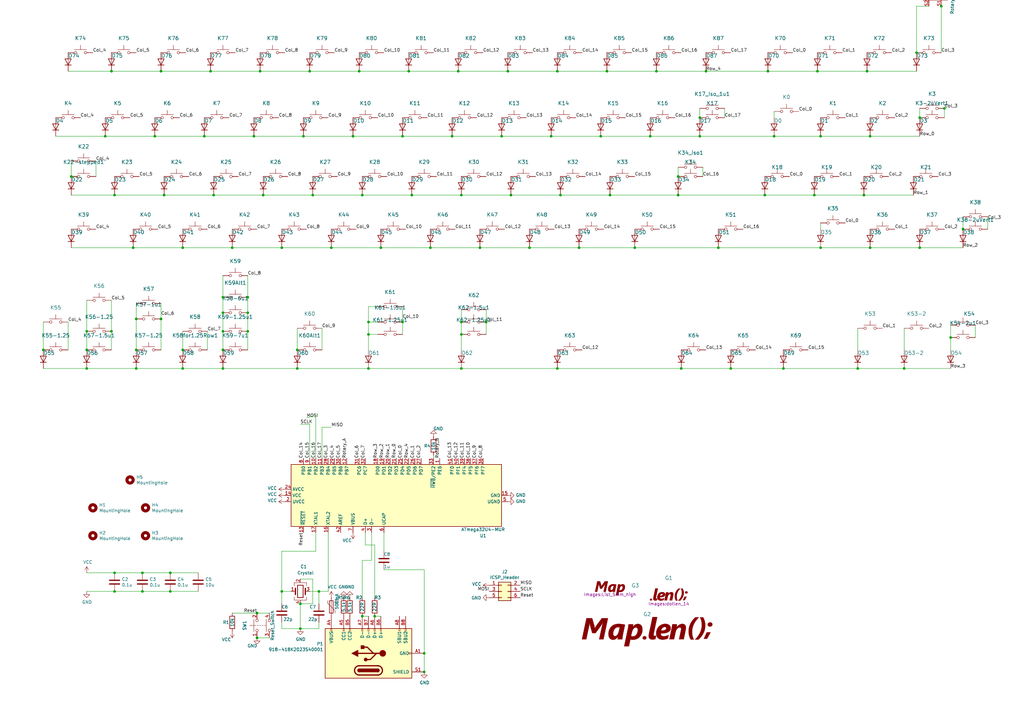
<source format=kicad_sch>
(kicad_sch (version 20211123) (generator eeschema)
  (paper "A3")
  (title_block (title "Longboi") (date "2021-12-18 14:13") (comment 1 "Author: Michael Len") (comment 2 "Generated with klepcbgen.py v0.1"))
  (junction (at 387.35 44.45))
  (junction (at 74.93 143.51))
  (junction (at 104.14 55.88))
  (junction (at 115.57 101.6))
  (junction (at 394.97 93.98))
  (junction (at 279.4 151.13))
  (junction (at 389.89 138.43))
  (junction (at 356.87 55.88))
  (junction (at 156.21 101.6))
  (junction (at 86.36 29.21))
  (junction (at 128.27 80.01))
  (junction (at 370.84 151.13))
  (junction (at 377.19 101.6))
  (junction (at 153.67 252.73))
  (junction (at 101.6 135.89))
  (junction (at 173.99 275.59))
  (junction (at 54.61 101.6))
  (junction (at 165.1 132.08))
  (junction (at 105.41 261.62))
  (junction (at 314.96 29.21))
  (junction (at 196.85 101.6))
  (junction (at 95.25 101.6))
  (junction (at 335.28 29.21))
  (junction (at 217.17 101.6))
  (junction (at 317.5 55.88))
  (junction (at 260.35 101.6))
  (junction (at 185.42 55.88))
  (junction (at 69.85 234.95))
  (junction (at 354.33 80.01))
  (junction (at 299.72 151.13))
  (junction (at 205.74 55.88))
  (junction (at 130.81 242.57))
  (junction (at 148.59 252.73))
  (junction (at 43.18 55.88))
  (junction (at 165.1 55.88))
  (junction (at 228.6 29.21))
  (junction (at 269.24 29.21))
  (junction (at 63.5 55.88))
  (junction (at 91.44 151.13))
  (junction (at 151.13 137.16))
  (junction (at 17.78 143.51))
  (junction (at 334.01 80.01))
  (junction (at 74.93 101.6))
  (junction (at 66.04 130.81))
  (junction (at 46.99 242.57))
  (junction (at 250.19 80.01))
  (junction (at 351.79 151.13))
  (junction (at 121.92 151.13))
  (junction (at 151.13 132.08))
  (junction (at 189.23 137.16))
  (junction (at 356.87 101.6))
  (junction (at 35.56 151.13))
  (junction (at 55.88 130.81))
  (junction (at 29.21 72.39))
  (junction (at 209.55 80.01))
  (junction (at 91.44 121.92))
  (junction (at 237.49 101.6))
  (junction (at 105.41 251.46))
  (junction (at 189.23 80.01))
  (junction (at 278.13 80.01))
  (junction (at 336.55 55.88))
  (junction (at 228.6 151.13))
  (junction (at 229.87 80.01))
  (junction (at 148.59 80.01))
  (junction (at 173.99 267.97))
  (junction (at 91.44 135.89))
  (junction (at 199.39 132.08))
  (junction (at 187.96 29.21))
  (junction (at 287.02 48.26))
  (junction (at 101.6 121.92))
  (junction (at 294.64 101.6))
  (junction (at 123.19 257.81))
  (junction (at 147.32 29.21))
  (junction (at 313.69 80.01))
  (junction (at 124.46 55.88))
  (junction (at 115.57 242.57))
  (junction (at 189.23 132.08))
  (junction (at 83.82 55.88))
  (junction (at 246.38 55.88))
  (junction (at 46.99 234.95))
  (junction (at 106.68 29.21))
  (junction (at 189.23 151.13))
  (junction (at 67.31 80.01))
  (junction (at 375.92 21.59))
  (junction (at 127 29.21))
  (junction (at 248.92 29.21))
  (junction (at 167.64 29.21))
  (junction (at 107.95 80.01))
  (junction (at 176.53 101.6))
  (junction (at 91.44 143.51))
  (junction (at 45.72 135.89))
  (junction (at 101.6 128.27))
  (junction (at 208.28 29.21))
  (junction (at 74.93 151.13))
  (junction (at 168.91 80.01))
  (junction (at 287.02 55.88))
  (junction (at 66.04 29.21))
  (junction (at 55.88 143.51))
  (junction (at 35.56 143.51))
  (junction (at 151.13 151.13))
  (junction (at 123.19 247.65))
  (junction (at 226.06 55.88))
  (junction (at 386.08 2.54))
  (junction (at 45.72 29.21))
  (junction (at 87.63 80.01))
  (junction (at 91.44 128.27))
  (junction (at 278.13 72.39))
  (junction (at 58.42 234.95))
  (junction (at 377.19 48.26))
  (junction (at 46.99 80.01))
  (junction (at 321.31 151.13))
  (junction (at 336.55 101.6))
  (junction (at 69.85 242.57))
  (junction (at 135.89 101.6))
  (junction (at 289.56 29.21))
  (junction (at 121.92 143.51))
  (junction (at 355.6 29.21))
  (junction (at 55.88 151.13))
  (junction (at 144.78 55.88))
  (junction (at 266.7 55.88))
  (junction (at 58.42 242.57))
  (junction (at 35.56 135.89))
  (wire (pts (xy 46.99 80.01) (xy 67.31 80.01)))
  (wire (pts (xy 46.99 242.57) (xy 58.42 242.57)))
  (wire (pts (xy 91.44 135.89) (xy 91.44 143.51)))
  (wire (pts (xy 151.13 143.51) (xy 151.13 137.16)))
  (wire (pts (xy 101.6 121.92) (xy 101.6 113.03)))
  (wire (pts (xy 130.81 242.57) (xy 130.81 247.65)))
  (wire (pts (xy 313.69 80.01) (xy 334.01 80.01)))
  (wire (pts (xy 83.82 55.88) (xy 104.14 55.88)))
  (wire (pts (xy 130.81 257.81) (xy 130.81 255.27)))
  (wire (pts (xy 389.89 138.43) (xy 389.89 133.35)))
  (wire (pts (xy 314.96 29.21) (xy 335.28 29.21)))
  (wire (pts (xy 29.21 101.6) (xy 54.61 101.6)))
  (wire (pts (xy 55.88 124.46) (xy 55.88 130.81)))
  (wire (pts (xy 189.23 137.16) (xy 189.23 132.08)))
  (wire (pts (xy 208.28 29.21) (xy 228.6 29.21)))
  (wire (pts (xy 148.59 229.87) (xy 152.4 229.87)))
  (wire (pts (xy 278.13 68.58) (xy 278.13 72.39)))
  (wire (pts (xy 209.55 80.01) (xy 229.87 80.01)))
  (wire (pts (xy 152.4 229.87) (xy 152.4 218.44)))
  (wire (pts (xy 35.56 151.13) (xy 55.88 151.13)))
  (wire (pts (xy 151.13 252.73) (xy 148.59 252.73)))
  (wire (pts (xy 129.54 187.96) (xy 129.54 170.18)))
  (wire (pts (xy 45.72 135.89) (xy 45.72 123.19)))
  (wire (pts (xy 29.21 72.39) (xy 31.75 72.39)))
  (wire (pts (xy 386.08 2.54) (xy 386.08 1.27)))
  (wire (pts (xy 17.78 151.13) (xy 35.56 151.13)))
  (wire (pts (xy 115.57 257.81) (xy 115.57 255.27)))
  (wire (pts (xy 377.19 48.26) (xy 377.19 44.45)))
  (wire (pts (xy 260.35 101.6) (xy 294.64 101.6)))
  (wire (pts (xy 127 29.21) (xy 147.32 29.21)))
  (wire (pts (xy 189.23 80.01) (xy 209.55 80.01)))
  (wire (pts (xy 55.88 130.81) (xy 55.88 143.51)))
  (wire (pts (xy 199.39 137.16) (xy 199.39 132.08)))
  (wire (pts (xy 405.13 88.9) (xy 405.13 93.98)))
  (wire (pts (xy 168.91 80.01) (xy 189.23 80.01)))
  (wire (pts (xy 45.72 143.51) (xy 45.72 135.89)))
  (wire (pts (xy 91.44 151.13) (xy 121.92 151.13)))
  (wire (pts (xy 356.87 101.6) (xy 377.19 101.6)))
  (wire (pts (xy 336.55 55.88) (xy 356.87 55.88)))
  (wire (pts (xy 278.13 80.01) (xy 313.69 80.01)))
  (wire (pts (xy 132.08 187.96) (xy 132.08 175.26)))
  (wire (pts (xy 173.99 275.59) (xy 173.99 267.97)))
  (wire (pts (xy 217.17 101.6) (xy 237.49 101.6)))
  (wire (pts (xy 228.6 29.21) (xy 248.92 29.21)))
  (wire (pts (xy 17.78 143.51) (xy 17.78 132.08)))
  (wire (pts (xy 229.87 80.01) (xy 250.19 80.01)))
  (wire (pts (xy 35.56 242.57) (xy 46.99 242.57)))
  (wire (pts (xy 336.55 101.6) (xy 356.87 101.6)))
  (wire (pts (xy 29.21 66.04) (xy 29.21 72.39)))
  (wire (pts (xy 135.89 101.6) (xy 156.21 101.6)))
  (wire (pts (xy 288.29 68.58) (xy 288.29 72.39)))
  (wire (pts (xy 91.44 113.03) (xy 91.44 121.92)))
  (wire (pts (xy 127 242.57) (xy 130.81 242.57)))
  (wire (pts (xy 354.33 80.01) (xy 374.65 80.01)))
  (wire (pts (xy 58.42 234.95) (xy 69.85 234.95)))
  (wire (pts (xy 356.87 55.88) (xy 377.19 55.88)))
  (wire (pts (xy 189.23 143.51) (xy 189.23 137.16)))
  (wire (pts (xy 107.95 80.01) (xy 128.27 80.01)))
  (wire (pts (xy 389.89 143.51) (xy 389.89 138.43)))
  (wire (pts (xy 101.6 121.92) (xy 101.6 128.27)))
  (wire (pts (xy 294.64 101.6) (xy 336.55 101.6)))
  (wire (pts (xy 134.62 242.57) (xy 130.81 242.57)))
  (wire (pts (xy 43.18 55.88) (xy 63.5 55.88)))
  (wire (pts (xy 321.31 151.13) (xy 351.79 151.13)))
  (wire (pts (xy 29.21 80.01) (xy 46.99 80.01)))
  (wire (pts (xy 355.6 29.21) (xy 375.92 29.21)))
  (wire (pts (xy 101.6 128.27) (xy 101.6 135.89)))
  (wire (pts (xy 400.05 133.35) (xy 400.05 138.43)))
  (wire (pts (xy 317.5 45.72) (xy 317.5 48.26)))
  (wire (pts (xy 45.72 29.21) (xy 66.04 29.21)))
  (wire (pts (xy 266.7 55.88) (xy 287.02 55.88)))
  (wire (pts (xy 115.57 101.6) (xy 135.89 101.6)))
  (wire (pts (xy 148.59 245.11) (xy 148.59 229.87)))
  (wire (pts (xy 228.6 151.13) (xy 279.4 151.13)))
  (wire (pts (xy 336.55 91.44) (xy 336.55 93.98)))
  (wire (pts (xy 335.28 29.21) (xy 355.6 29.21)))
  (wire (pts (xy 165.1 125.73) (xy 165.1 132.08)))
  (wire (pts (xy 287.02 55.88) (xy 317.5 55.88)))
  (wire (pts (xy 128.27 237.49) (xy 128.27 247.65)))
  (wire (pts (xy 85.09 143.51) (xy 85.09 135.89)))
  (wire (pts (xy 123.19 237.49) (xy 128.27 237.49)))
  (wire (pts (xy 394.97 88.9) (xy 394.97 93.98)))
  (wire (pts (xy 66.04 124.46) (xy 66.04 130.81)))
  (wire (pts (xy 46.99 234.95) (xy 58.42 234.95)))
  (wire (pts (xy 115.57 257.81) (xy 123.19 257.81)))
  (wire (pts (xy 35.56 135.89) (xy 35.56 123.19)))
  (wire (pts (xy 384.81 44.45) (xy 387.35 44.45)))
  (wire (pts (xy 74.93 151.13) (xy 91.44 151.13)))
  (wire (pts (xy 153.67 223.52) (xy 149.86 223.52)))
  (wire (pts (xy 63.5 55.88) (xy 83.82 55.88)))
  (wire (pts (xy 132.08 143.51) (xy 132.08 134.62)))
  (wire (pts (xy 58.42 242.57) (xy 69.85 242.57)))
  (wire (pts (xy 151.13 132.08) (xy 151.13 125.73)))
  (wire (pts (xy 299.72 151.13) (xy 321.31 151.13)))
  (wire (pts (xy 115.57 242.57) (xy 115.57 226.06)))
  (wire (pts (xy 165.1 55.88) (xy 185.42 55.88)))
  (wire (pts (xy 67.31 80.01) (xy 87.63 80.01)))
  (wire (pts (xy 189.23 132.08) (xy 189.23 127)))
  (wire (pts (xy 91.44 121.92) (xy 91.44 128.27)))
  (wire (pts (xy 110.49 261.62) (xy 105.41 261.62)))
  (wire (pts (xy 157.48 218.44) (xy 157.48 226.06)))
  (wire (pts (xy 148.59 80.01) (xy 168.91 80.01)))
  (wire (pts (xy 165.1 137.16) (xy 165.1 132.08)))
  (wire (pts (xy 375.92 2.54) (xy 375.92 21.59)))
  (wire (pts (xy 35.56 143.51) (xy 35.56 135.89)))
  (wire (pts (xy 129.54 226.06) (xy 115.57 226.06)))
  (wire (pts (xy 157.48 233.68) (xy 173.99 233.68)))
  (wire (pts (xy 154.94 137.16) (xy 151.13 137.16)))
  (wire (pts (xy 54.61 101.6) (xy 74.93 101.6)))
  (wire (pts (xy 156.21 252.73) (xy 153.67 252.73)))
  (wire (pts (xy 154.94 132.08) (xy 151.13 132.08)))
  (wire (pts (xy 237.49 101.6) (xy 260.35 101.6)))
  (wire (pts (xy 134.62 218.44) (xy 134.62 242.57)))
  (wire (pts (xy 149.86 223.52) (xy 149.86 218.44)))
  (wire (pts (xy 334.01 80.01) (xy 354.33 80.01)))
  (wire (pts (xy 123.19 173.99) (xy 127 173.99)))
  (wire (pts (xy 123.19 257.81) (xy 130.81 257.81)))
  (wire (pts (xy 370.84 134.62) (xy 370.84 143.51)))
  (wire (pts (xy 124.46 55.88) (xy 144.78 55.88)))
  (wire (pts (xy 297.18 44.45) (xy 297.18 48.26)))
  (wire (pts (xy 86.36 29.21) (xy 106.68 29.21)))
  (wire (pts (xy 69.85 234.95) (xy 81.28 234.95)))
  (wire (pts (xy 189.23 151.13) (xy 228.6 151.13)))
  (wire (pts (xy 151.13 151.13) (xy 189.23 151.13)))
  (wire (pts (xy 351.79 151.13) (xy 370.84 151.13)))
  (wire (pts (xy 128.27 80.01) (xy 148.59 80.01)))
  (wire (pts (xy 106.68 29.21) (xy 127 29.21)))
  (wire (pts (xy 119.38 242.57) (xy 115.57 242.57)))
  (wire (pts (xy 167.64 29.21) (xy 187.96 29.21)))
  (wire (pts (xy 74.93 143.51) (xy 74.93 135.89)))
  (wire (pts (xy 27.94 143.51) (xy 27.94 132.08)))
  (wire (pts (xy 205.74 55.88) (xy 226.06 55.88)))
  (wire (pts (xy 317.5 55.88) (xy 336.55 55.88)))
  (wire (pts (xy 279.4 151.13) (xy 299.72 151.13)))
  (wire (pts (xy 74.93 101.6) (xy 95.25 101.6)))
  (wire (pts (xy 387.35 48.26) (xy 387.35 44.45)))
  (wire (pts (xy 226.06 55.88) (xy 246.38 55.88)))
  (wire (pts (xy 185.42 55.88) (xy 205.74 55.88)))
  (wire (pts (xy 39.37 72.39) (xy 39.37 66.04)))
  (wire (pts (xy 95.25 101.6) (xy 115.57 101.6)))
  (wire (pts (xy 177.8 186.69) (xy 177.8 187.96)))
  (wire (pts (xy 121.92 143.51) (xy 121.92 134.62)))
  (wire (pts (xy 377.19 101.6) (xy 394.97 101.6)))
  (wire (pts (xy 105.41 251.46) (xy 110.49 251.46)))
  (wire (pts (xy 151.13 137.16) (xy 151.13 132.08)))
  (wire (pts (xy 87.63 80.01) (xy 107.95 80.01)))
  (wire (pts (xy 176.53 101.6) (xy 196.85 101.6)))
  (wire (pts (xy 199.39 132.08) (xy 199.39 127)))
  (wire (pts (xy 123.19 247.65) (xy 123.19 257.81)))
  (wire (pts (xy 248.92 29.21) (xy 269.24 29.21)))
  (wire (pts (xy 121.92 151.13) (xy 151.13 151.13)))
  (wire (pts (xy 144.78 55.88) (xy 165.1 55.88)))
  (wire (pts (xy 104.14 55.88) (xy 124.46 55.88)))
  (wire (pts (xy 132.08 175.26) (xy 135.89 175.26)))
  (wire (pts (xy 250.19 80.01) (xy 278.13 80.01)))
  (wire (pts (xy 151.13 125.73) (xy 154.94 125.73)))
  (wire (pts (xy 153.67 245.11) (xy 153.67 223.52)))
  (wire (pts (xy 115.57 247.65) (xy 115.57 242.57)))
  (wire (pts (xy 381 2.54) (xy 375.92 2.54)))
  (wire (pts (xy 101.6 135.89) (xy 101.6 143.51)))
  (wire (pts (xy 69.85 242.57) (xy 81.28 242.57)))
  (wire (pts (xy 289.56 29.21) (xy 314.96 29.21)))
  (wire (pts (xy 35.56 234.95) (xy 46.99 234.95)))
  (wire (pts (xy 55.88 151.13) (xy 74.93 151.13)))
  (wire (pts (xy 128.27 247.65) (xy 123.19 247.65)))
  (wire (pts (xy 95.25 251.46) (xy 105.41 251.46)))
  (wire (pts (xy 351.79 134.62) (xy 351.79 143.51)))
  (wire (pts (xy 22.86 55.88) (xy 43.18 55.88)))
  (wire (pts (xy 196.85 101.6) (xy 217.17 101.6)))
  (wire (pts (xy 370.84 151.13) (xy 389.89 151.13)))
  (wire (pts (xy 66.04 29.21) (xy 86.36 29.21)))
  (wire (pts (xy 127 187.96) (xy 127 173.99)))
  (wire (pts (xy 287.02 44.45) (xy 287.02 48.26)))
  (wire (pts (xy 269.24 29.21) (xy 289.56 29.21)))
  (wire (pts (xy 91.44 128.27) (xy 91.44 135.89)))
  (wire (pts (xy 386.08 2.54) (xy 386.08 21.59)))
  (wire (pts (xy 66.04 130.81) (xy 66.04 143.51)))
  (wire (pts (xy 187.96 29.21) (xy 208.28 29.21)))
  (wire (pts (xy 129.54 170.18) (xy 125.73 171.45)))
  (wire (pts (xy 156.21 101.6) (xy 176.53 101.6)))
  (wire (pts (xy 147.32 29.21) (xy 167.64 29.21)))
  (wire (pts (xy 246.38 55.88) (xy 266.7 55.88)))
  (wire (pts (xy 173.99 233.68) (xy 173.99 267.97)))
  (wire (pts (xy 377.19 48.26) (xy 379.73 48.26)))
  (wire (pts (xy 129.54 218.44) (xy 129.54 226.06)))
  (wire (pts (xy 27.94 29.21) (xy 45.72 29.21)))
  (label "Col_5" (at 139.7 187.96 90))
  (label "Col_6" (at 85.09 93.98 0))
  (label "Col_13" (at 215.9 48.26 0))
  (label "Col_2" (at 381 134.62 0))
  (label "Col_0" (at 165.1 187.96 90))
  (label "Col_16" (at 279.4 21.59 0))
  (label "Col_7" (at 96.52 21.59 0))
  (label "Col_3" (at 134.62 187.96 90))
  (label "Col_12" (at 238.76 143.51 0))
  (label "Col_14" (at 124.46 187.96 90))
  (label "Col_0" (at 325.12 21.59 0))
  (label "Col_14" (at 236.22 48.26 0))
  (label "Col_4" (at 27.94 132.08 0))
  (label "Col_5" (at 45.72 123.19 0))
  (label "Col_11" (at 177.8 21.59 0))
  (label "MISO" (at 135.89 175.26 0))
  (label "Col_0" (at 327.66 45.72 0))
  (label "Row_3" (at 154.94 187.96 90))
  (label "Col_6" (at 147.32 187.96 90))
  (label "Col_11" (at 199.39 132.08 0))
  (label "Col_15" (at 256.54 48.26 0))
  (label "Col_11" (at 175.26 48.26 0))
  (label "Row_0" (at 162.56 187.96 90))
  (label "Col_11" (at 186.69 93.98 0))
  (label "Col_16" (at 288.29 72.39 0))
  (label "Col_2" (at 172.72 187.96 90))
  (label "Row_2" (at 394.97 101.6 0))
  (label "Row_0" (at 377.19 55.88 0))
  (label "Col_5" (at 53.34 48.26 0))
  (label "Col_9" (at 132.08 134.62 0))
  (label "Col_10" (at 193.04 187.96 90))
  (label "Col_17" (at 299.72 21.59 0))
  (label "Col_4" (at 39.37 66.04 0))
  (label "Col_2" (at 387.35 93.98 0))
  (label "Col_10" (at 154.94 48.26 0))
  (label "Col_1" (at 367.03 93.98 0))
  (label "Col_10" (at 165.1 130.81 0))
  (label "Col_1" (at 170.18 187.96 90))
  (label "Col_0" (at 346.71 91.44 0))
  (label "Col_13" (at 219.71 72.39 0))
  (label "Col_4" (at 33.02 48.26 0))
  (label "Col_1" (at 344.17 72.39 0))
  (label "Col_1" (at 345.44 21.59 0))
  (label "Col_13" (at 218.44 21.59 0))
  (label "SCLK" (at 123.19 173.99 0))
  (label "MOSI" (at 125.73 171.45 0))
  (label "Col_9" (at 146.05 93.98 0))
  (label "Col_14" (at 238.76 21.59 0))
  (label "Col_12" (at 198.12 21.59 0))
  (label "Col_13" (at 227.33 93.98 0))
  (label "Col_12" (at 195.58 48.26 0))
  (label "Col_2" (at 367.03 48.26 0))
  (label "Col_7" (at 105.41 93.98 0))
  (label "Col_7" (at 149.86 187.96 90))
  (label "Rotary_B" (at 180.34 187.96 90))
  (label "Col_14" (at 240.03 72.39 0))
  (label "Col_14" (at 247.65 93.98 0))
  (label "Col_17" (at 297.18 48.26 0))
  (label "Col_8" (at 125.73 93.98 0))
  (label "Col_3" (at 384.81 72.39 0))
  (label "Col_4" (at 39.37 93.98 0))
  (label "Col_0" (at 323.85 72.39 0))
  (label "Col_8" (at 198.12 187.96 90))
  (label "Col_6" (at 76.2 21.59 0))
  (label "MISO" (at 213.36 240.03 0))
  (label "Col_13" (at 289.56 143.51 0))
  (label "Row_4" (at 289.56 29.21 0))
  (label "Col_13" (at 185.42 187.96 90))
  (label "Col_12" (at 207.01 93.98 0))
  (label "Col_9" (at 195.58 187.96 90))
  (label "Col_12" (at 199.39 72.39 0))
  (label "Row_1" (at 374.65 80.01 0))
  (label "Col_7" (at 97.79 72.39 0))
  (label "Col_8" (at 116.84 21.59 0))
  (label "Reset" (at 105.41 251.46 180))
  (label "Col_15" (at 260.35 72.39 0))
  (label "Col_11" (at 190.5 187.96 90))
  (label "Col_9" (at 138.43 72.39 0))
  (label "Col_3" (at 387.35 44.45 0))
  (label "Col_10" (at 157.48 21.59 0))
  (label "Row_4" (at 167.64 187.96 90))
  (label "Col_7" (at 93.98 48.26 0))
  (label "Col_1" (at 346.71 48.26 0))
  (label "Col_9" (at 137.16 21.59 0))
  (label "Col_15" (at 127 187.96 90))
  (label "Rotary_A" (at 142.24 187.96 90))
  (label "Col_16" (at 129.54 187.96 90))
  (label "Col_6" (at 66.04 129.54 0))
  (label "Col_8" (at 101.6 113.03 0))
  (label "Col_1" (at 361.95 134.62 0))
  (label "Col_14" (at 309.88 143.51 0))
  (label "Col_8" (at 118.11 72.39 0))
  (label "Col_12" (at 187.96 187.96 90))
  (label "Col_2" (at 364.49 72.39 0))
  (label "SCLK" (at 213.36 242.57 0))
  (label "Col_15" (at 259.08 21.59 0))
  (label "Col_5" (at 55.88 21.59 0))
  (label "Reset" (at 213.36 245.11 0))
  (label "MOSI" (at 200.66 242.57 180))
  (label "Col_5" (at 64.77 93.98 0))
  (label "Col_3" (at 405.13 90.17 0))
  (label "Reset" (at 124.46 218.44 270))
  (label "Col_11" (at 179.07 72.39 0))
  (label "Col_16" (at 276.86 48.26 0))
  (label "Col_8" (at 114.3 48.26 0))
  (label "Col_6" (at 73.66 48.26 0))
  (label "Row_3" (at 389.89 151.13 0))
  (label "Col_5" (at 57.15 72.39 0))
  (label "Col_16" (at 304.8 93.98 0))
  (label "Col_10" (at 166.37 93.98 0))
  (label "Col_10" (at 158.75 72.39 0))
  (label "Col_3" (at 400.05 133.35 0))
  (label "Col_4" (at 137.16 187.96 90))
  (label "Col_3" (at 386.08 21.59 0))
  (label "Col_17" (at 132.08 187.96 90))
  (label "Col_9" (at 134.62 48.26 0))
  (label "Col_4" (at 38.1 21.59 0))
  (label "Col_2" (at 365.76 21.59 0))
  (label "Row_2" (at 157.48 187.96 90))
  (label "Col_15" (at 270.51 93.98 0))
  (label "Col_15" (at 331.47 143.51 0))
  (label "Col_7" (at 85.09 135.89 0))
  (label "Col_6" (at 77.47 72.39 0))
  (label "Row_1" (at 160.02 187.96 90))
  (global_label "Rotary_B" (shape input) (at 381 -12.7 90) (property "Intersheet References" "${INTERSHEET_REFS}" (effects hide)))
  (global_label "Rotary_A" (shape input) (at 386.08 -12.7 90) (property "Intersheet References" "${INTERSHEET_REFS}" (effects hide)))
  (symbol (lib_id "Device:D") (at 250.19 76.2 90) (unit 1)
    (property "Reference" "D33" (at 250.19 73.66 90) (effects (font (size 1.524 1.524)) (justify right)))
    (property "Value" "SOD-323F" (effects hide))
    (property "Footprint" "Diode_SMD:D_SOD-323F" (effects hide))
  )
  (symbol (lib_id "power:GND") (at 123.19 257.81 0) (unit 1)
    (property "Reference" "#PWR0101" (effects hide))
    (property "Value" "GND" (at 123.317 262.2042 0))
  )
  (symbol (lib_id "power:GND") (at 35.56 242.57 0) (unit 1)
    (property "Reference" "#PWR0102" (effects hide))
    (property "Value" "GND" (at 35.687 246.9642 0))
  )
  (symbol (lib_id "power:GND") (at 177.8 179.07 180) (unit 1)
    (property "Reference" "#PWR0106" (effects hide))
    (property "Value" "GND" (at 177.673 175.8188 0) (effects (justify right)))
  )
  (symbol (lib_id "Device:C") (at 157.48 229.87 0) (unit 1)
    (property "Reference" "C8" (at 158.75 227.33 0))
    (property "Value" "1u" (at 158.75 232.41 0))
    (property "Footprint" "Capacitor_SMD:C_0805_2012Metric_Pad1.15x1.40mm_HandSolder" (effects hide))
  )
  (symbol (lib_id "power:VCC") (at 116.84 203.2 90) (unit 1)
    (property "Reference" "#PWR0110" (effects hide))
    (property "Value" "VCC" (at 113.6142 202.7428 90) (effects (justify left)))
  )
  (symbol (lib_id "power:VCC") (at 144.78 218.44 180) (unit 1)
    (property "Reference" "#PWR0116" (effects hide))
    (property "Value" "VCC" (at 144.3228 221.6658 0) (effects (justify left)))
  )
  (symbol (lib_id "power:VCC") (at 116.84 205.74 90) (unit 1)
    (property "Reference" "#PWR01" (effects hide))
    (property "Value" "VCC" (at 113.6142 205.2828 90) (effects (justify left)))
  )
  (symbol (lib_id "Device:R") (at 153.67 248.92 0) (unit 1)
    (property "Reference" "R3" (at 154.94 245.11 0))
    (property "Value" "22R" (at 153.67 248.92 90))
    (property "Footprint" "Resistor_SMD:R_0805_2012Metric_Pad1.15x1.40mm_HandSolder" (effects hide))
  )
  (symbol (lib_id "Device:R") (at 177.8 182.88 0) (unit 1)
    (property "Reference" "R4" (at 175.26 182.88 0))
    (property "Value" "10k" (at 177.8 182.88 90))
    (property "Footprint" "Resistor_SMD:R_0805_2012Metric_Pad1.15x1.40mm_HandSolder" (effects hide))
  )
  (symbol (lib_id "Switch:SW_Push_Dual") (at 105.41 256.54 90) (unit 1)
    (property "Reference" "SW1" (at 100.33 256.54 0))
    (property "Value" "Reset_Switch" (at 111.76 256.54 0))
    (property "Footprint" "random-keyboard-parts:SKQG-1155865" (effects hide))
  )
  (symbol (lib_id "Device:C") (at 69.85 238.76 0) (unit 1)
    (property "Reference" "C4" (at 72.771 237.5916 0) (effects (justify left)))
    (property "Value" "0.1u" (at 72.771 239.903 0) (effects (justify left)))
    (property "Footprint" "Capacitor_SMD:C_0805_2012Metric_Pad1.15x1.40mm_HandSolder" (effects hide))
  )
  (symbol (lib_id "Device:C") (at 130.81 251.46 0) (unit 1)
    (property "Reference" "C7" (at 128.27 248.92 0))
    (property "Value" "22p" (at 128.27 254 0))
    (property "Footprint" "Capacitor_SMD:C_0805_2012Metric_Pad1.15x1.40mm_HandSolder" (effects hide))
  )
  (symbol (lib_id "Device:C") (at 115.57 251.46 0) (unit 1)
    (property "Reference" "C6" (at 116.84 248.92 0))
    (property "Value" "22p" (at 118.11 254 0))
    (property "Footprint" "Capacitor_SMD:C_0805_2012Metric_Pad1.15x1.40mm_HandSolder" (effects hide))
  )
  (symbol (lib_id "Device:Crystal_GND24") (at 123.19 242.57 0) (unit 1)
    (property "Reference" "C1" (at 123.19 232.41 0) (effects (justify left)))
    (property "Value" "Crystal" (at 121.92 234.95 0) (effects (justify left)))
    (property "Footprint" "Crystal:Crystal_SMD_3225-4Pin_3.2x2.5mm" (effects hide))
  )
  (symbol (lib_id "power:VCC") (at 200.66 240.03 90) (unit 1)
    (property "Reference" "#PWR0112" (effects hide))
    (property "Value" "VCC" (at 197.4342 239.5728 90) (effects (justify left)))
  )
  (symbol (lib_id "Switch:SW_Push") (at 214.63 72.39 0) (unit 1)
    (property "Reference" "K31" (at 214.63 66.4718 0) (effects (font (size 1.524 1.524))))
    (property "Value" "KEYSW" (effects hide))
    (property "Footprint" "MX_Only:MXOnly-1U-NoLED" (effects hide))
  )
  (symbol (lib_id "Switch:SW_Push") (at 113.03 72.39 0) (unit 1)
    (property "Reference" "K26" (at 113.03 66.4718 0) (effects (font (size 1.524 1.524))))
    (property "Value" "KEYSW" (effects hide))
    (property "Footprint" "MX_Only:MXOnly-1U-NoLED" (effects hide))
  )
  (symbol (lib_id "Switch:SW_Push") (at 379.73 72.39 0) (unit 1)
    (property "Reference" "K21" (at 379.73 68.58 0) (effects (font (size 1.524 1.524))))
    (property "Value" "KEYSW" (effects hide))
    (property "Footprint" "MX_Only:MXOnly-1U-NoLED" (effects hide))
  )
  (symbol (lib_id "Switch:SW_Push") (at 40.64 123.19 0) (unit 1)
    (property "Reference" "K56" (at 40.64 117.2718 0) (effects (font (size 1.524 1.524))))
    (property "Value" "KEYSW" (effects hide))
    (property "Footprint" "MX_Only:MXOnly-1.25U-NoLED" (effects hide))
  )
  (symbol (lib_id "Switch:SW_Push") (at 359.41 72.39 0) (unit 1)
    (property "Reference" "K20" (at 359.41 68.58 0) (effects (font (size 1.524 1.524))))
    (property "Value" "KEYSW" (effects hide))
    (property "Footprint" "MX_Only:MXOnly-1U-NoLED" (effects hide))
  )
  (symbol (lib_id "Switch:SW_Push") (at 339.09 72.39 0) (unit 1)
    (property "Reference" "K19" (at 339.09 68.58 0) (effects (font (size 1.524 1.524))))
    (property "Value" "KEYSW" (effects hide))
    (property "Footprint" "MX_Only:MXOnly-1U-NoLED" (effects hide))
  )
  (symbol (lib_id "Switch:SW_Push") (at 400.05 88.9 0) (unit 1)
    (property "Reference" "K38" (at 400.05 82.9818 0) (effects (font (size 1.524 1.524))))
    (property "Value" "KEYSW" (effects hide))
    (property "Footprint" "MX_Only:MXOnly-1U-NoLED" (effects hide))
  )
  (symbol (lib_id "Switch:SW_Push") (at 140.97 93.98 0) (unit 1)
    (property "Reference" "K44" (at 140.97 88.0618 0) (effects (font (size 1.524 1.524))))
    (property "Value" "KEYSW" (effects hide))
    (property "Footprint" "MX_Only:MXOnly-1U-NoLED" (effects hide))
  )
  (symbol (lib_id "Switch:SW_Push") (at 181.61 93.98 0) (unit 1)
    (property "Reference" "K46" (at 181.61 88.0618 0) (effects (font (size 1.524 1.524))))
    (property "Value" "KEYSW" (effects hide))
    (property "Footprint" "MX_Only:MXOnly-1U-NoLED" (effects hide))
  )
  (symbol (lib_id "Switch:SW_Push") (at 222.25 93.98 0) (unit 1)
    (property "Reference" "K48" (at 222.25 88.0618 0) (effects (font (size 1.524 1.524))))
    (property "Value" "KEYSW" (effects hide))
    (property "Footprint" "MX_Only:MXOnly-1U-NoLED" (effects hide))
  )
  (symbol (lib_id "Switch:SW_Push") (at 283.21 72.39 0) (unit 1)
    (property "Reference" "K34" (at 283.21 66.4718 0) (effects (font (size 1.524 1.524))))
    (property "Value" "KEYSW" (effects hide))
    (property "Footprint" "MX_Only:MXOnly-2.25U-NoLED" (effects hide))
  )
  (symbol (lib_id "Switch:SW_Push") (at 255.27 72.39 0) (unit 1)
    (property "Reference" "K33" (at 255.27 66.4718 0) (effects (font (size 1.524 1.524))))
    (property "Value" "KEYSW" (effects hide))
    (property "Footprint" "MX_Only:MXOnly-1U-NoLED" (effects hide))
  )
  (symbol (lib_id "Switch:SW_Push") (at 68.58 48.26 0) (unit 1)
    (property "Reference" "K6" (at 68.58 42.3418 0) (effects (font (size 1.524 1.524))))
    (property "Value" "KEYSW" (effects hide))
    (property "Footprint" "MX_Only:MXOnly-1U-NoLED" (effects hide))
  )
  (symbol (lib_id "Switch:SW_Push") (at 109.22 48.26 0) (unit 1)
    (property "Reference" "K8" (at 109.22 42.3418 0) (effects (font (size 1.524 1.524))))
    (property "Value" "KEYSW" (effects hide))
    (property "Footprint" "MX_Only:MXOnly-1U-NoLED" (effects hide))
  )
  (symbol (lib_id "Switch:SW_Push") (at 129.54 48.26 0) (unit 1)
    (property "Reference" "K9" (at 129.54 42.3418 0) (effects (font (size 1.524 1.524))))
    (property "Value" "KEYSW" (effects hide))
    (property "Footprint" "MX_Only:MXOnly-1U-NoLED" (effects hide))
  )
  (symbol (lib_id "Switch:SW_Push") (at 284.48 143.51 0) (unit 1)
    (property "Reference" "K64" (at 284.48 137.5918 0) (effects (font (size 1.524 1.524))))
    (property "Value" "KEYSW" (effects hide))
    (property "Footprint" "MX_Only:MXOnly-1U-NoLED" (effects hide))
  )
  (symbol (lib_id "Switch:SW_Push") (at 60.96 124.46 0) (unit 1)
    (property "Reference" "K57" (at 60.96 118.5418 0) (effects (font (size 1.524 1.524))))
    (property "Value" "KEYSW" (effects hide))
    (property "Footprint" "MX_Only:MXOnly-1.25U-NoLED" (effects hide))
  )
  (symbol (lib_id "Switch:SW_Push") (at 271.78 48.26 0) (unit 1)
    (property "Reference" "K16" (at 271.78 42.3418 0) (effects (font (size 1.524 1.524))))
    (property "Value" "KEYSW" (effects hide))
    (property "Footprint" "MX_Only:MXOnly-1U-NoLED" (effects hide))
  )
  (symbol (lib_id "Switch:SW_Push") (at 318.77 72.39 0) (unit 1)
    (property "Reference" "K18" (at 318.77 68.58 0) (effects (font (size 1.524 1.524))))
    (property "Value" "KEYSW" (effects hide))
    (property "Footprint" "MX_Only:MXOnly-1U-NoLED" (effects hide))
  )
  (symbol (lib_id "Switch:SW_Push") (at 292.1 48.26 0) (unit 1)
    (property "Reference" "K17" (at 292.1 42.3418 0) (effects (font (size 1.524 1.524))))
    (property "Value" "KEYSW" (effects hide))
    (property "Footprint" "MX_Only:MXOnly-1.5U-NoLED" (effects hide))
  )
  (symbol (lib_id "Switch:SW_Push") (at 80.01 135.89 0) (unit 1)
    (property "Reference" "K58" (at 80.01 129.9718 0) (effects (font (size 1.524 1.524))))
    (property "Value" "KEYSW" (effects hide))
    (property "Footprint" "MX_Only:MXOnly-2.25U-ReversedStabilizers-NoLED" (effects hide))
  )
  (symbol (lib_id "Switch:SW_Push") (at 251.46 48.26 0) (unit 1)
    (property "Reference" "K15" (at 251.46 42.3418 0) (effects (font (size 1.524 1.524))))
    (property "Value" "KEYSW" (effects hide))
    (property "Footprint" "MX_Only:MXOnly-1U-NoLED" (effects hide))
  )
  (symbol (lib_id "Switch:SW_Push") (at 96.52 113.03 0) (unit 1)
    (property "Reference" "K59" (at 96.52 107.1118 0) (effects (font (size 1.524 1.524))))
    (property "Value" "KEYSW" (effects hide))
    (property "Footprint" "MX_Only:MXOnly-1U-NoLED" (effects hide))
  )
  (symbol (lib_id "Switch:SW_Push") (at 304.8 143.51 0) (unit 1)
    (property "Reference" "K65" (at 304.8 137.5918 0) (effects (font (size 1.524 1.524))))
    (property "Value" "KEYSW" (effects hide))
    (property "Footprint" "MX_Only:MXOnly-1U-NoLED" (effects hide))
  )
  (symbol (lib_id "Device:D") (at 156.21 97.79 90) (unit 1)
    (property "Reference" "D45" (at 156.21 95.25 90) (effects (font (size 1.524 1.524)) (justify right)))
    (property "Value" "SOD-323F" (effects hide))
    (property "Footprint" "Diode_SMD:D_SOD-323F" (effects hide))
  )
  (symbol (lib_id "Device:D") (at 135.89 97.79 90) (unit 1)
    (property "Reference" "D44" (at 135.89 95.25 90) (effects (font (size 1.524 1.524)) (justify right)))
    (property "Value" "SOD-323F" (effects hide))
    (property "Footprint" "Diode_SMD:D_SOD-323F" (effects hide))
  )
  (symbol (lib_id "Device:D") (at 260.35 97.79 90) (unit 1)
    (property "Reference" "D50" (at 260.35 95.25 90) (effects (font (size 1.524 1.524)) (justify right)))
    (property "Value" "SOD-323F" (effects hide))
    (property "Footprint" "Diode_SMD:D_SOD-323F" (effects hide))
  )
  (symbol (lib_id "Device:D") (at 279.4 147.32 90) (unit 1)
    (property "Reference" "D64" (at 279.4 144.78 90) (effects (font (size 1.524 1.524)) (justify right)))
    (property "Value" "SOD-323F" (effects hide))
    (property "Footprint" "Diode_SMD:D_SOD-323F" (effects hide))
  )
  (symbol (lib_id "Device:D") (at 189.23 147.32 90) (unit 1)
    (property "Reference" "D62" (at 189.23 144.78 90) (effects (font (size 1.524 1.524)) (justify right)))
    (property "Value" "SOD-323F" (effects hide))
    (property "Footprint" "Diode_SMD:D_SOD-323F" (effects hide))
  )
  (symbol (lib_id "Device:D") (at 151.13 147.32 90) (unit 1)
    (property "Reference" "D61" (at 151.13 144.78 90) (effects (font (size 1.524 1.524)) (justify right)))
    (property "Value" "SOD-323F" (effects hide))
    (property "Footprint" "Diode_SMD:D_SOD-323F" (effects hide))
  )
  (symbol (lib_id "Device:D") (at 294.64 97.79 90) (unit 1)
    (property "Reference" "D51" (at 294.64 95.25 90) (effects (font (size 1.524 1.524)) (justify right)))
    (property "Value" "SOD-323F" (effects hide))
    (property "Footprint" "Diode_SMD:D_SOD-323F" (effects hide))
  )
  (symbol (lib_id "Device:D") (at 91.44 147.32 90) (unit 1)
    (property "Reference" "D59" (at 91.44 144.78 90) (effects (font (size 1.524 1.524)) (justify right)))
    (property "Value" "SOD-323F" (effects hide))
    (property "Footprint" "Diode_SMD:D_SOD-323F" (effects hide))
  )
  (symbol (lib_id "Device:D") (at 351.79 147.32 90) (unit 1)
    (property "Reference" "D53" (at 351.79 144.78 90) (effects (font (size 1.524 1.524)) (justify right)))
    (property "Value" "SOD-323F" (effects hide))
    (property "Footprint" "Diode_SMD:D_SOD-323F" (effects hide))
  )
  (symbol (lib_id "Device:D") (at 74.93 147.32 90) (unit 1)
    (property "Reference" "D58" (at 74.93 144.78 90) (effects (font (size 1.524 1.524)) (justify right)))
    (property "Value" "SOD-323F" (effects hide))
    (property "Footprint" "Diode_SMD:D_SOD-323F" (effects hide))
  )
  (symbol (lib_id "Device:D") (at 389.89 147.32 90) (unit 1)
    (property "Reference" "D54" (at 389.89 144.78 90) (effects (font (size 1.524 1.524)) (justify right)))
    (property "Value" "SOD-323F" (effects hide))
    (property "Footprint" "Diode_SMD:D_SOD-323F" (effects hide))
  )
  (symbol (lib_id "Device:D") (at 374.65 76.2 90) (unit 1)
    (property "Reference" "D21" (at 374.65 73.66 90) (effects (font (size 1.524 1.524)) (justify right)))
    (property "Value" "SOD-323F" (effects hide))
    (property "Footprint" "Diode_SMD:D_SOD-323F" (effects hide))
  )
  (symbol (lib_id "Device:D") (at 334.01 76.2 90) (unit 1)
    (property "Reference" "D19" (at 334.01 73.66 90) (effects (font (size 1.524 1.524)) (justify right)))
    (property "Value" "SOD-323F" (effects hide))
    (property "Footprint" "Diode_SMD:D_SOD-323F" (effects hide))
  )
  (symbol (lib_id "Device:D") (at 313.69 76.2 90) (unit 1)
    (property "Reference" "D18" (at 313.69 73.66 90) (effects (font (size 1.524 1.524)) (justify right)))
    (property "Value" "SOD-323F" (effects hide))
    (property "Footprint" "Diode_SMD:D_SOD-323F" (effects hide))
  )
  (symbol (lib_id "Device:D") (at 287.02 52.07 90) (unit 1)
    (property "Reference" "D17" (at 287.02 49.53 90) (effects (font (size 1.524 1.524)) (justify right)))
    (property "Value" "SOD-323F" (effects hide))
    (property "Footprint" "Diode_SMD:D_SOD-323F" (effects hide))
  )
  (symbol (lib_id "Device:D") (at 266.7 52.07 90) (unit 1)
    (property "Reference" "D16" (at 266.7 49.53 90) (effects (font (size 1.524 1.524)) (justify right)))
    (property "Value" "SOD-323F" (effects hide))
    (property "Footprint" "Diode_SMD:D_SOD-323F" (effects hide))
  )
  (symbol (lib_id "Device:D") (at 246.38 52.07 90) (unit 1)
    (property "Reference" "D15" (at 246.38 49.53 90) (effects (font (size 1.524 1.524)) (justify right)))
    (property "Value" "SOD-323F" (effects hide))
    (property "Footprint" "Diode_SMD:D_SOD-323F" (effects hide))
  )
  (symbol (lib_id "Device:D") (at 226.06 52.07 90) (unit 1)
    (property "Reference" "D14" (at 226.06 49.53 90) (effects (font (size 1.524 1.524)) (justify right)))
    (property "Value" "SOD-323F" (effects hide))
    (property "Footprint" "Diode_SMD:D_SOD-323F" (effects hide))
  )
  (symbol (lib_id "Device:D") (at 205.74 52.07 90) (unit 1)
    (property "Reference" "D13" (at 205.74 49.53 90) (effects (font (size 1.524 1.524)) (justify right)))
    (property "Value" "SOD-323F" (effects hide))
    (property "Footprint" "Diode_SMD:D_SOD-323F" (effects hide))
  )
  (symbol (lib_id "Device:D") (at 185.42 52.07 90) (unit 1)
    (property "Reference" "D12" (at 185.42 49.53 90) (effects (font (size 1.524 1.524)) (justify right)))
    (property "Value" "SOD-323F" (effects hide))
    (property "Footprint" "Diode_SMD:D_SOD-323F" (effects hide))
  )
  (symbol (lib_id "Device:D") (at 95.25 97.79 90) (unit 1)
    (property "Reference" "D42" (at 95.25 95.25 90) (effects (font (size 1.524 1.524)) (justify right)))
    (property "Value" "SOD-323F" (effects hide))
    (property "Footprint" "Diode_SMD:D_SOD-323F" (effects hide))
  )
  (symbol (lib_id "Device:D") (at 63.5 52.07 90) (unit 1)
    (property "Reference" "D6" (at 63.5 49.53 90) (effects (font (size 1.524 1.524)) (justify right)))
    (property "Value" "SOD-323F" (effects hide))
    (property "Footprint" "Diode_SMD:D_SOD-323F" (effects hide))
  )
  (symbol (lib_id "Device:D") (at 46.99 76.2 90) (unit 1)
    (property "Reference" "D23" (at 46.99 73.66 90) (effects (font (size 1.524 1.524)) (justify right)))
    (property "Value" "SOD-323F" (effects hide))
    (property "Footprint" "Diode_SMD:D_SOD-323F" (effects hide))
  )
  (symbol (lib_id "Device:D") (at 115.57 97.79 90) (unit 1)
    (property "Reference" "D43" (at 115.57 95.25 90) (effects (font (size 1.524 1.524)) (justify right)))
    (property "Value" "SOD-323F" (effects hide))
    (property "Footprint" "Diode_SMD:D_SOD-323F" (effects hide))
  )
  (symbol (lib_id "Device:D") (at 74.93 97.79 90) (unit 1)
    (property "Reference" "D41" (at 74.93 95.25 90) (effects (font (size 1.524 1.524)) (justify right)))
    (property "Value" "SOD-323F" (effects hide))
    (property "Footprint" "Diode_SMD:D_SOD-323F" (effects hide))
  )
  (symbol (lib_id "Device:D") (at 54.61 97.79 90) (unit 1)
    (property "Reference" "D40" (at 54.61 95.25 90) (effects (font (size 1.524 1.524)) (justify right)))
    (property "Value" "SOD-323F" (effects hide))
    (property "Footprint" "Diode_SMD:D_SOD-323F" (effects hide))
  )
  (symbol (lib_id "Device:D") (at 209.55 76.2 90) (unit 1)
    (property "Reference" "D31" (at 209.55 73.66 90) (effects (font (size 1.524 1.524)) (justify right)))
    (property "Value" "SOD-323F" (effects hide))
    (property "Footprint" "Diode_SMD:D_SOD-323F" (effects hide))
  )
  (symbol (lib_id "Device:D") (at 189.23 76.2 90) (unit 1)
    (property "Reference" "D30" (at 189.23 73.66 90) (effects (font (size 1.524 1.524)) (justify right)))
    (property "Value" "SOD-323F" (effects hide))
    (property "Footprint" "Diode_SMD:D_SOD-323F" (effects hide))
  )
  (symbol (lib_id "Device:D") (at 168.91 76.2 90) (unit 1)
    (property "Reference" "D29" (at 168.91 73.66 90) (effects (font (size 1.524 1.524)) (justify right)))
    (property "Value" "SOD-323F" (effects hide))
    (property "Footprint" "Diode_SMD:D_SOD-323F" (effects hide))
  )
  (symbol (lib_id "Device:D") (at 148.59 76.2 90) (unit 1)
    (property "Reference" "D28" (at 148.59 73.66 90) (effects (font (size 1.524 1.524)) (justify right)))
    (property "Value" "SOD-323F" (effects hide))
    (property "Footprint" "Diode_SMD:D_SOD-323F" (effects hide))
  )
  (symbol (lib_id "Device:D") (at 128.27 76.2 90) (unit 1)
    (property "Reference" "D27" (at 128.27 73.66 90) (effects (font (size 1.524 1.524)) (justify right)))
    (property "Value" "SOD-323F" (effects hide))
    (property "Footprint" "Diode_SMD:D_SOD-323F" (effects hide))
  )
  (symbol (lib_id "Device:D") (at 107.95 76.2 90) (unit 1)
    (property "Reference" "D26" (at 107.95 73.66 90) (effects (font (size 1.524 1.524)) (justify right)))
    (property "Value" "SOD-323F" (effects hide))
    (property "Footprint" "Diode_SMD:D_SOD-323F" (effects hide))
  )
  (symbol (lib_id "Device:D") (at 87.63 76.2 90) (unit 1)
    (property "Reference" "D25" (at 87.63 73.66 90) (effects (font (size 1.524 1.524)) (justify right)))
    (property "Value" "SOD-323F" (effects hide))
    (property "Footprint" "Diode_SMD:D_SOD-323F" (effects hide))
  )
  (symbol (lib_id "Device:D") (at 67.31 76.2 90) (unit 1)
    (property "Reference" "D24" (at 67.31 73.66 90) (effects (font (size 1.524 1.524)) (justify right)))
    (property "Value" "SOD-323F" (effects hide))
    (property "Footprint" "Diode_SMD:D_SOD-323F" (effects hide))
  )
  (symbol (lib_id "Switch:SW_Push") (at 326.39 143.51 0) (unit 1)
    (property "Reference" "K69" (at 326.39 137.5918 0) (effects (font (size 1.524 1.524))))
    (property "Value" "KEYSW" (effects hide))
    (property "Footprint" "MX_Only:MXOnly-1U-NoLED" (effects hide))
  )
  (symbol (lib_id "Switch:SW_Push") (at 96.52 135.89 0) (unit 1)
    (property "Reference" "K59-1.25u1" (at 96.52 129.9718 0) (effects (font (size 1.524 1.524))))
    (property "Value" "KEYSW" (effects hide))
    (property "Footprint" "MX_Only:MXOnly-1.25U-NoLED" (effects hide))
  )
  (symbol (lib_id "Switch:SW_Push") (at 382.27 48.26 0) (unit 1)
    (property "Reference" "K3-2uVert1" (at 382.27 42.3418 0) (effects (font (size 1.524 1.524))))
    (property "Value" "KEYSW" (effects hide))
    (property "Footprint" "MX_Only:MXOnly-2U-NoLED" (effects hide))
  )
  (symbol (lib_id "Switch:SW_Push") (at 400.05 93.98 0) (unit 1)
    (property "Reference" "K38-2uVert1" (at 400.05 90.17 0) (effects (font (size 1.524 1.524))))
    (property "Value" "KEYSW" (effects hide))
    (property "Footprint" "MX_Only:MXOnly-2U-NoLED" (effects hide))
  )
  (symbol (lib_id "Dotlen_Logos:map_5.7mm") (at 250.19 241.3 0) (unit 1)
    (property "Reference" "G3" (at 258.953 240.157 0) (effects (font (size 1.524 1.524)) (justify left)))
    (property "Value" "string" (effects hide))
    (property "Footprint" "Images:List_5mm_high" (at 250.19 243.84 0))
  )
  (symbol (lib_id "Dotlen_Logos:map-dotlen_12mm") (at 265.43 259.08 0) (unit 1)
    (property "Reference" "G2" (at 265.43 251.9172 0) (effects (font (size 1.524 1.524))))
    (property "Value" "string_dotlen" (effects hide))
    (property "Footprint" "Images:list-dotlen_90mm_high" (effects hide))
  )
  (symbol (lib_id "Switch:SW_Push") (at 80.01 143.51 0) (unit 1)
    (property "Reference" "K58for1.25Row1" (at 80.01 137.5918 0) (effects (font (size 1.524 1.524))))
    (property "Value" "KEYSW" (effects hide))
    (property "Footprint" "MX_Only:MXOnly-2.25U-ReversedStabilizers-NoLED" (effects hide))
  )
  (symbol (lib_id "Switch:SW_Push") (at 160.02 132.08 0) (unit 1)
    (property "Reference" "K61-1.5u1" (at 160.02 126.1618 0) (effects (font (size 1.524 1.524))))
    (property "Value" "KEYSW" (effects hide))
    (property "Footprint" "MX_Only:MXOnly-1.5U-NoLED" (effects hide))
  )
  (symbol (lib_id "Switch:SW_Push") (at 194.31 132.08 0) (unit 1)
    (property "Reference" "K62-1.5u1" (at 194.31 126.1618 0) (effects (font (size 1.524 1.524))))
    (property "Value" "KEYSW" (effects hide))
    (property "Footprint" "MX_Only:MXOnly-1.5U-NoLED" (effects hide))
  )
  (symbol (lib_id "Switch:SW_Push") (at 40.64 143.51 0) (unit 1)
    (property "Reference" "K57-1.5u1" (at 40.64 137.5918 0) (effects (font (size 1.524 1.524))))
    (property "Value" "KEYSW" (effects hide))
    (property "Footprint" "MX_Only:MXOnly-1.5U-NoLED" (effects hide))
  )
  (symbol (lib_id "Switch:SW_Push") (at 96.52 143.51 0) (unit 1)
    (property "Reference" "K59-7u1" (at 96.52 137.5918 0) (effects (font (size 1.524 1.524))))
    (property "Value" "KEYSW" (effects hide))
    (property "Footprint" "MX_Only:MXOnly-7U-ReversedStabilizers-NoLED" (effects hide))
  )
  (symbol (lib_id "Mechanical:MountingHole") (at 53.34 196.85 0) (unit 1)
    (property "Reference" "H5" (at 55.88 195.6816 0) (effects (justify left)))
    (property "Value" "MountingHole" (at 55.88 197.993 0) (effects (justify left)))
    (property "Footprint" "random-keyboard-parts:M2 Mounting Hole" (effects hide))
  )
  (symbol (lib_id "Connector:USB_C_Receptacle_USB2.0") (at 151.13 267.97 90) (unit 1)
    (property "Reference" "P1" (at 132.588 264.0838 90) (effects (justify left)))
    (property "Value" "918-418K2023S40001" (at 132.588 266.3952 90) (effects (justify left)))
    (property "Footprint" "Connector_USB:918-418K2023S40001" (effects hide))
    (property "Datasheet" "https://www.usb.org/sites/default/files/documents/usb_type-c.zip" (effects hide))
  )
  (symbol (lib_id "power:GND") (at 173.99 275.59 0) (unit 1)
    (property "Reference" "#PWR0115" (effects hide))
    (property "Value" "GND" (at 174.117 279.9842 0))
  )
  (symbol (lib_id "Switch:SW_Push") (at 231.14 48.26 0) (unit 1)
    (property "Reference" "K14" (at 231.14 42.3418 0) (effects (font (size 1.524 1.524))))
    (property "Value" "KEYSW" (effects hide))
    (property "Footprint" "MX_Only:MXOnly-1U-NoLED" (effects hide))
  )
  (symbol (lib_id "power:VCC") (at 35.56 234.95 0) (unit 1)
    (property "Reference" "#PWR0103" (effects hide))
    (property "Value" "VCC" (at 35.9918 230.5558 0))
  )
  (symbol (lib_id "power:VCC") (at 95.25 259.08 180) (unit 1)
    (property "Reference" "#PWR0104" (effects hide))
    (property "Value" "VCC" (at 94.7928 262.3058 0) (effects (justify left)))
  )
  (symbol (lib_id "power:GND") (at 105.41 261.62 0) (unit 1)
    (property "Reference" "#PWR0105" (effects hide))
    (property "Value" "GND" (at 105.537 264.8712 0) (effects (justify right)))
  )
  (symbol (lib_id "power:VCC") (at 116.84 200.66 90) (unit 1)
    (property "Reference" "#PWR0108" (effects hide))
    (property "Value" "VCC" (at 113.5888 200.2282 90) (effects (justify left)))
  )
  (symbol (lib_id "Mechanical:MountingHole") (at 38.1 219.71 0) (unit 1)
    (property "Reference" "H2" (at 40.64 218.5416 0) (effects (justify left)))
    (property "Value" "MountingHole" (at 40.64 220.853 0) (effects (justify left)))
    (property "Footprint" "random-keyboard-parts:M2 Mounting Hole" (effects hide))
  )
  (symbol (lib_id "Mechanical:MountingHole") (at 38.1 208.28 0) (unit 1)
    (property "Reference" "H1" (at 40.64 207.1116 0) (effects (justify left)))
    (property "Value" "MountingHole" (at 40.64 209.423 0) (effects (justify left)))
    (property "Footprint" "random-keyboard-parts:M2 Mounting Hole" (effects hide))
  )
  (symbol (lib_id "Mechanical:MountingHole") (at 59.69 208.28 0) (unit 1)
    (property "Reference" "H4" (at 62.23 207.1116 0) (effects (justify left)))
    (property "Value" "MountingHole" (at 62.23 209.423 0) (effects (justify left)))
    (property "Footprint" "random-keyboard-parts:M2 Mounting Hole" (effects hide))
  )
  (symbol (lib_id "power:GND") (at 208.28 203.2 90) (unit 1)
    (property "Reference" "#PWR0111" (effects hide))
    (property "Value" "GND" (at 211.5312 203.073 90) (effects (justify right)))
  )
  (symbol (lib_id "Mechanical:MountingHole") (at 59.69 219.71 0) (unit 1)
    (property "Reference" "H3" (at 62.23 218.5416 0) (effects (justify left)))
    (property "Value" "MountingHole" (at 62.23 220.853 0) (effects (justify left)))
    (property "Footprint" "random-keyboard-parts:M2 Mounting Hole" (effects hide))
  )
  (symbol (lib_id "power:GND") (at 208.28 205.74 90) (unit 1)
    (property "Reference" "#PWR0113" (effects hide))
    (property "Value" "GND" (at 211.5312 205.613 90) (effects (justify right)))
  )
  (symbol (lib_id "MCU_Microchip_ATmega:ATmega32U4-MU") (at 162.56 203.2 90) (unit 1)
    (property "Reference" "U1" (at 198.12 219.71 90))
    (property "Value" "ATmega32U4-MUR" (at 198.12 217.17 90))
    (property "Footprint" "Package_DFN_QFN:QFN-44-1EP_7x7mm_P0.5mm_EP5.2x5.2mm" (effects hide))
    (property "Datasheet" "http://ww1.microchip.com/downloads/en/DeviceDoc/Atmel-7766-8-bit-AVR-ATmega16U4-32U4_Datasheet.pdf" (effects hide))
  )
  (symbol (lib_id "Device:R") (at 148.59 248.92 0) (unit 1)
    (property "Reference" "R2" (at 147.32 245.11 0))
    (property "Value" "22R" (at 148.59 248.92 90))
    (property "Footprint" "Resistor_SMD:R_0805_2012Metric_Pad1.15x1.40mm_HandSolder" (effects hide))
  )
  (symbol (lib_id "Device:R") (at 95.25 255.27 0) (unit 1)
    (property "Reference" "R1" (at 92.71 255.27 0))
    (property "Value" "10k" (at 95.25 255.27 90))
    (property "Footprint" "Resistor_SMD:R_0805_2012Metric_Pad1.15x1.40mm_HandSolder" (effects hide))
  )
  (symbol (lib_id "Device:C") (at 46.99 238.76 0) (unit 1)
    (property "Reference" "C2" (at 49.911 237.5916 0) (effects (justify left)))
    (property "Value" "0.1u" (at 49.911 239.903 0) (effects (justify left)))
    (property "Footprint" "Capacitor_SMD:C_0805_2012Metric_Pad1.15x1.40mm_HandSolder" (effects hide))
  )
  (symbol (lib_id "Device:C") (at 58.42 238.76 0) (unit 1)
    (property "Reference" "C3" (at 61.341 237.5916 0) (effects (justify left)))
    (property "Value" "0.1u" (at 61.341 239.903 0) (effects (justify left)))
    (property "Footprint" "Capacitor_SMD:C_0805_2012Metric_Pad1.15x1.40mm_HandSolder" (effects hide))
  )
  (symbol (lib_id "Device:C") (at 81.28 238.76 0) (unit 1)
    (property "Reference" "C5" (at 84.201 237.5916 0) (effects (justify left)))
    (property "Value" "10u" (at 84.201 239.903 0) (effects (justify left)))
    (property "Footprint" "Capacitor_SMD:C_0805_2012Metric_Pad1.15x1.40mm_HandSolder" (effects hide))
  )
  (symbol (lib_id "Connector_Generic:Conn_02x03_Odd_Even") (at 205.74 242.57 0) (unit 1)
    (property "Reference" "J2" (at 207.01 234.5182 0))
    (property "Value" "ICSP_Header" (at 207.01 236.8296 0))
    (property "Footprint" "Connector_PinHeader_2.54mm:PinHeader_2x03_P2.54mm_Vertical" (effects hide))
  )
  (symbol (lib_id "power:GND") (at 200.66 245.11 270) (unit 1)
    (property "Reference" "#PWR0109" (effects hide))
    (property "Value" "GND" (at 197.4088 245.237 90) (effects (justify right)))
  )
  (symbol (lib_id "Switch:SW_Push") (at 92.71 72.39 0) (unit 1)
    (property "Reference" "K25" (at 92.71 66.4718 0) (effects (font (size 1.524 1.524))))
    (property "Value" "KEYSW" (effects hide))
    (property "Footprint" "MX_Only:MXOnly-1U-NoLED" (effects hide))
  )
  (symbol (lib_id "Switch:SW_Push") (at 299.72 93.98 0) (unit 1)
    (property "Reference" "K51" (at 299.72 88.0618 0) (effects (font (size 1.524 1.524))))
    (property "Value" "KEYSW" (effects hide))
    (property "Footprint" "MX_Only:MXOnly-1U-NoLED" (effects hide))
  )
  (symbol (lib_id "Switch:SW_Push") (at 194.31 72.39 0) (unit 1)
    (property "Reference" "K30" (at 194.31 66.4718 0) (effects (font (size 1.524 1.524))))
    (property "Value" "KEYSW" (effects hide))
    (property "Footprint" "MX_Only:MXOnly-1U-NoLED" (effects hide))
  )
  (symbol (lib_id "Switch:SW_Push") (at 173.99 72.39 0) (unit 1)
    (property "Reference" "K29" (at 173.99 66.4718 0) (effects (font (size 1.524 1.524))))
    (property "Value" "KEYSW" (effects hide))
    (property "Footprint" "MX_Only:MXOnly-1U-NoLED" (effects hide))
  )
  (symbol (lib_id "Switch:SW_Push") (at 153.67 72.39 0) (unit 1)
    (property "Reference" "K28" (at 153.67 66.4718 0) (effects (font (size 1.524 1.524))))
    (property "Value" "KEYSW" (effects hide))
    (property "Footprint" "MX_Only:MXOnly-1U-NoLED" (effects hide))
  )
  (symbol (lib_id "Switch:SW_Push") (at 133.35 72.39 0) (unit 1)
    (property "Reference" "K27" (at 133.35 66.4718 0) (effects (font (size 1.524 1.524))))
    (property "Value" "KEYSW" (effects hide))
    (property "Footprint" "MX_Only:MXOnly-1U-NoLED" (effects hide))
  )
  (symbol (lib_id "Switch:SW_Push") (at 356.87 134.62 0) (unit 1)
    (property "Reference" "K53" (at 356.87 128.7018 0) (effects (font (size 1.524 1.524))))
    (property "Value" "KEYSW" (effects hide))
    (property "Footprint" "MX_Only:MXOnly-1U-NoLED" (effects hide))
  )
  (symbol (lib_id "Switch:SW_Push") (at 234.95 72.39 0) (unit 1)
    (property "Reference" "K32" (at 234.95 66.4718 0) (effects (font (size 1.524 1.524))))
    (property "Value" "KEYSW" (effects hide))
    (property "Footprint" "MX_Only:MXOnly-1U-NoLED" (effects hide))
  )
  (symbol (lib_id "Switch:SW_Push") (at 394.97 133.35 0) (unit 1)
    (property "Reference" "K54" (at 397.51 128.7018 0) (effects (font (size 1.524 1.524))))
    (property "Value" "KEYSW" (effects hide))
    (property "Footprint" "MX_Only:MXOnly-1U-NoLED" (effects hide))
  )
  (symbol (lib_id "Switch:SW_Push") (at 72.39 72.39 0) (unit 1)
    (property "Reference" "K24" (at 72.39 66.4718 0) (effects (font (size 1.524 1.524))))
    (property "Value" "KEYSW" (effects hide))
    (property "Footprint" "MX_Only:MXOnly-1U-NoLED" (effects hide))
  )
  (symbol (lib_id "Switch:SW_Push") (at 52.07 72.39 0) (unit 1)
    (property "Reference" "K23" (at 52.07 66.4718 0) (effects (font (size 1.524 1.524))))
    (property "Value" "KEYSW" (effects hide))
    (property "Footprint" "MX_Only:MXOnly-1U-NoLED" (effects hide))
  )
  (symbol (lib_id "Switch:SW_Push") (at 22.86 132.08 0) (unit 1)
    (property "Reference" "K55" (at 22.86 126.1618 0) (effects (font (size 1.524 1.524))))
    (property "Value" "KEYSW" (effects hide))
    (property "Footprint" "MX_Only:MXOnly-1.5U-NoLED" (effects hide))
  )
  (symbol (lib_id "Switch:SW_Push") (at 120.65 93.98 0) (unit 1)
    (property "Reference" "K43" (at 120.65 88.0618 0) (effects (font (size 1.524 1.524))))
    (property "Value" "KEYSW" (effects hide))
    (property "Footprint" "MX_Only:MXOnly-1U-NoLED" (effects hide))
  )
  (symbol (lib_id "Switch:SW_Push") (at 161.29 93.98 0) (unit 1)
    (property "Reference" "K45" (at 161.29 88.0618 0) (effects (font (size 1.524 1.524))))
    (property "Value" "KEYSW" (effects hide))
    (property "Footprint" "MX_Only:MXOnly-1U-NoLED" (effects hide))
  )
  (symbol (lib_id "Switch:SW_Push") (at 100.33 93.98 0) (unit 1)
    (property "Reference" "K42" (at 100.33 88.0618 0) (effects (font (size 1.524 1.524))))
    (property "Value" "KEYSW" (effects hide))
    (property "Footprint" "MX_Only:MXOnly-1U-NoLED" (effects hide))
  )
  (symbol (lib_id "Switch:SW_Push") (at 80.01 93.98 0) (unit 1)
    (property "Reference" "K41" (at 80.01 88.0618 0) (effects (font (size 1.524 1.524))))
    (property "Value" "KEYSW" (effects hide))
    (property "Footprint" "MX_Only:MXOnly-1U-NoLED" (effects hide))
  )
  (symbol (lib_id "Switch:SW_Push") (at 59.69 93.98 0) (unit 1)
    (property "Reference" "K40" (at 59.69 88.0618 0) (effects (font (size 1.524 1.524))))
    (property "Value" "KEYSW" (effects hide))
    (property "Footprint" "MX_Only:MXOnly-1U-NoLED" (effects hide))
  )
  (symbol (lib_id "Switch:SW_Push") (at 34.29 93.98 0) (unit 1)
    (property "Reference" "K39" (at 34.29 88.0618 0) (effects (font (size 1.524 1.524))))
    (property "Value" "KEYSW" (effects hide))
    (property "Footprint" "MX_Only:MXOnly-2.25U-NoLED" (effects hide))
  )
  (symbol (lib_id "Switch:SW_Push") (at 201.93 93.98 0) (unit 1)
    (property "Reference" "K47" (at 201.93 88.0618 0) (effects (font (size 1.524 1.524))))
    (property "Value" "KEYSW" (effects hide))
    (property "Footprint" "MX_Only:MXOnly-1U-NoLED" (effects hide))
  )
  (symbol (lib_id "Switch:SW_Push") (at 34.29 66.04 0) (unit 1)
    (property "Reference" "K22" (at 34.29 60.1218 0) (effects (font (size 1.524 1.524))))
    (property "Value" "KEYSW" (effects hide))
    (property "Footprint" "MX_Only:MXOnly-1.75U-NoLED" (effects hide))
  )
  (symbol (lib_id "Switch:SW_Push") (at 382.27 93.98 0) (unit 1)
    (property "Reference" "K37" (at 382.27 88.0618 0) (effects (font (size 1.524 1.524))))
    (property "Value" "KEYSW" (effects hide))
    (property "Footprint" "MX_Only:MXOnly-1U-NoLED" (effects hide))
  )
  (symbol (lib_id "Switch:SW_Push") (at 361.95 93.98 0) (unit 1)
    (property "Reference" "K36" (at 361.95 88.0618 0) (effects (font (size 1.524 1.524))))
    (property "Value" "KEYSW" (effects hide))
    (property "Footprint" "MX_Only:MXOnly-1U-NoLED" (effects hide))
  )
  (symbol (lib_id "Switch:SW_Push") (at 341.63 91.44 0) (unit 1)
    (property "Reference" "K35" (at 341.63 85.5218 0) (effects (font (size 1.524 1.524))))
    (property "Value" "KEYSW" (effects hide))
    (property "Footprint" "MX_Only:MXOnly-1U-NoLED" (effects hide))
  )
  (symbol (lib_id "Switch:SW_Push") (at 242.57 93.98 0) (unit 1)
    (property "Reference" "K49" (at 242.57 88.0618 0) (effects (font (size 1.524 1.524))))
    (property "Value" "KEYSW" (effects hide))
    (property "Footprint" "MX_Only:MXOnly-1U-NoLED" (effects hide))
  )
  (symbol (lib_id "Switch:SW_Push") (at 265.43 93.98 0) (unit 1)
    (property "Reference" "K50" (at 265.43 88.0618 0) (effects (font (size 1.524 1.524))))
    (property "Value" "KEYSW" (effects hide))
    (property "Footprint" "MX_Only:MXOnly-1.75U-NoLED" (effects hide))
  )
  (symbol (lib_id "Switch:SW_Push") (at 127 134.62 0) (unit 1)
    (property "Reference" "K60" (at 127 128.7018 0) (effects (font (size 1.524 1.524))))
    (property "Value" "KEYSW" (effects hide))
    (property "Footprint" "MX_Only:MXOnly-2.75U-ReversedStabilizers-NoLED" (effects hide))
  )
  (symbol (lib_id "Switch:SW_Push") (at 233.68 143.51 0) (unit 1)
    (property "Reference" "K63" (at 233.68 137.5918 0) (effects (font (size 1.524 1.524))))
    (property "Value" "KEYSW" (effects hide))
    (property "Footprint" "MX_Only:MXOnly-1U-NoLED" (effects hide))
  )
  (symbol (lib_id "Switch:SW_Push") (at 88.9 48.26 0) (unit 1)
    (property "Reference" "K7" (at 88.9 42.3418 0) (effects (font (size 1.524 1.524))))
    (property "Value" "KEYSW" (effects hide))
    (property "Footprint" "MX_Only:MXOnly-1U-NoLED" (effects hide))
  )
  (symbol (lib_id "Switch:SW_Push") (at 48.26 48.26 0) (unit 1)
    (property "Reference" "K5" (at 48.26 42.3418 0) (effects (font (size 1.524 1.524))))
    (property "Value" "KEYSW" (effects hide))
    (property "Footprint" "MX_Only:MXOnly-1U-NoLED" (effects hide))
  )
  (symbol (lib_id "Switch:SW_Push") (at 194.31 127 0) (unit 1)
    (property "Reference" "K62" (at 194.31 121.0818 0) (effects (font (size 1.524 1.524))))
    (property "Value" "KEYSW" (effects hide))
    (property "Footprint" "MX_Only:MXOnly-1U-NoLED" (effects hide))
  )
  (symbol (lib_id "Switch:SW_Push") (at 149.86 48.26 0) (unit 1)
    (property "Reference" "K10" (at 149.86 42.3418 0) (effects (font (size 1.524 1.524))))
    (property "Value" "KEYSW" (effects hide))
    (property "Footprint" "MX_Only:MXOnly-1U-NoLED" (effects hide))
  )
  (symbol (lib_id "Switch:SW_Push") (at 160.02 125.73 0) (unit 1)
    (property "Reference" "K61" (at 160.02 119.8118 0) (effects (font (size 1.524 1.524))))
    (property "Value" "KEYSW" (effects hide))
    (property "Footprint" "MX_Only:MXOnly-1U-NoLED" (effects hide))
  )
  (symbol (lib_id "Switch:SW_Push") (at 170.18 48.26 0) (unit 1)
    (property "Reference" "K11" (at 170.18 42.3418 0) (effects (font (size 1.524 1.524))))
    (property "Value" "KEYSW" (effects hide))
    (property "Footprint" "MX_Only:MXOnly-1U-NoLED" (effects hide))
  )
  (symbol (lib_id "Switch:SW_Push") (at 27.94 48.26 0) (unit 1)
    (property "Reference" "K4" (at 27.94 42.3418 0) (effects (font (size 1.524 1.524))))
    (property "Value" "KEYSW" (effects hide))
    (property "Footprint" "MX_Only:MXOnly-1.5U-NoLED" (effects hide))
  )
  (symbol (lib_id "Switch:SW_Push") (at 190.5 48.26 0) (unit 1)
    (property "Reference" "K12" (at 190.5 42.3418 0) (effects (font (size 1.524 1.524))))
    (property "Value" "KEYSW" (effects hide))
    (property "Footprint" "MX_Only:MXOnly-1U-NoLED" (effects hide))
  )
  (symbol (lib_id "Switch:SW_Push") (at 210.82 48.26 0) (unit 1)
    (property "Reference" "K13" (at 210.82 42.3418 0) (effects (font (size 1.524 1.524))))
    (property "Value" "KEYSW" (effects hide))
    (property "Footprint" "MX_Only:MXOnly-1U-NoLED" (effects hide))
  )
  (symbol (lib_id "Switch:SW_Push") (at 322.58 45.72 0) (unit 1)
    (property "Reference" "K0" (at 322.58 39.8018 0) (effects (font (size 1.524 1.524))))
    (property "Value" "KEYSW" (effects hide))
    (property "Footprint" "MX_Only:MXOnly-1U-NoLED" (effects hide))
  )
  (symbol (lib_id "Switch:SW_Push") (at 341.63 48.26 0) (unit 1)
    (property "Reference" "K1" (at 341.63 42.3418 0) (effects (font (size 1.524 1.524))))
    (property "Value" "KEYSW" (effects hide))
    (property "Footprint" "MX_Only:MXOnly-1U-NoLED" (effects hide))
  )
  (symbol (lib_id "Switch:SW_Push") (at 382.27 44.45 0) (unit 1)
    (property "Reference" "K3" (at 382.27 38.5318 0) (effects (font (size 1.524 1.524))))
    (property "Value" "KEYSW" (effects hide))
    (property "Footprint" "MX_Only:MXOnly-1U-NoLED" (effects hide))
  )
  (symbol (lib_id "Switch:SW_Push") (at 361.95 48.26 0) (unit 1)
    (property "Reference" "K2" (at 361.95 42.3418 0) (effects (font (size 1.524 1.524))))
    (property "Value" "KEYSW" (effects hide))
    (property "Footprint" "MX_Only:MXOnly-1U-NoLED" (effects hide))
  )
  (symbol (lib_id "Device:D") (at 299.72 147.32 90) (unit 1)
    (property "Reference" "D65" (at 299.72 144.78 90) (effects (font (size 1.524 1.524)) (justify right)))
    (property "Value" "SOD-323F" (effects hide))
    (property "Footprint" "Diode_SMD:D_SOD-323F" (effects hide))
  )
  (symbol (lib_id "Device:D") (at 176.53 97.79 90) (unit 1)
    (property "Reference" "D46" (at 176.53 95.25 90) (effects (font (size 1.524 1.524)) (justify right)))
    (property "Value" "SOD-323F" (effects hide))
    (property "Footprint" "Diode_SMD:D_SOD-323F" (effects hide))
  )
  (symbol (lib_id "Device:D") (at 196.85 97.79 90) (unit 1)
    (property "Reference" "D47" (at 196.85 95.25 90) (effects (font (size 1.524 1.524)) (justify right)))
    (property "Value" "SOD-323F" (effects hide))
    (property "Footprint" "Diode_SMD:D_SOD-323F" (effects hide))
  )
  (symbol (lib_id "Device:D") (at 228.6 147.32 90) (unit 1)
    (property "Reference" "D63" (at 228.6 144.78 90) (effects (font (size 1.524 1.524)) (justify right)))
    (property "Value" "SOD-323F" (effects hide))
    (property "Footprint" "Diode_SMD:D_SOD-323F" (effects hide))
  )
  (symbol (lib_id "Device:D") (at 217.17 97.79 90) (unit 1)
    (property "Reference" "D48" (at 217.17 95.25 90) (effects (font (size 1.524 1.524)) (justify right)))
    (property "Value" "SOD-323F" (effects hide))
    (property "Footprint" "Diode_SMD:D_SOD-323F" (effects hide))
  )
  (symbol (lib_id "Device:D") (at 237.49 97.79 90) (unit 1)
    (property "Reference" "D49" (at 237.49 95.25 90) (effects (font (size 1.524 1.524)) (justify right)))
    (property "Value" "SOD-323F" (effects hide))
    (property "Footprint" "Diode_SMD:D_SOD-323F" (effects hide))
  )
  (symbol (lib_id "Device:D") (at 121.92 147.32 90) (unit 1)
    (property "Reference" "D60" (at 121.92 144.78 90) (effects (font (size 1.524 1.524)) (justify right)))
    (property "Value" "SOD-323F" (effects hide))
    (property "Footprint" "Diode_SMD:D_SOD-323F" (effects hide))
  )
  (symbol (lib_id "Device:D") (at 317.5 52.07 90) (unit 1)
    (property "Reference" "D0" (at 317.5 49.53 90) (effects (font (size 1.524 1.524)) (justify right)))
    (property "Value" "SOD-323F" (effects hide))
    (property "Footprint" "Diode_SMD:D_SOD-323F" (effects hide))
  )
  (symbol (lib_id "Device:D") (at 17.78 147.32 90) (unit 1)
    (property "Reference" "D55" (at 17.78 144.78 90) (effects (font (size 1.524 1.524)) (justify right)))
    (property "Value" "SOD-323F" (effects hide))
    (property "Footprint" "Diode_SMD:D_SOD-323F" (effects hide))
  )
  (symbol (lib_id "Device:D") (at 55.88 147.32 90) (unit 1)
    (property "Reference" "D57" (at 55.88 144.78 90) (effects (font (size 1.524 1.524)) (justify right)))
    (property "Value" "SOD-323F" (effects hide))
    (property "Footprint" "Diode_SMD:D_SOD-323F" (effects hide))
  )
  (symbol (lib_id "Device:D") (at 35.56 147.32 90) (unit 1)
    (property "Reference" "D56" (at 35.56 144.78 90) (effects (font (size 1.524 1.524)) (justify right)))
    (property "Value" "SOD-323F" (effects hide))
    (property "Footprint" "Diode_SMD:D_SOD-323F" (effects hide))
  )
  (symbol (lib_id "Device:D") (at 165.1 52.07 90) (unit 1)
    (property "Reference" "D11" (at 165.1 49.53 90) (effects (font (size 1.524 1.524)) (justify right)))
    (property "Value" "SOD-323F" (effects hide))
    (property "Footprint" "Diode_SMD:D_SOD-323F" (effects hide))
  )
  (symbol (lib_id "Device:D") (at 354.33 76.2 90) (unit 1)
    (property "Reference" "D20" (at 354.33 73.66 90) (effects (font (size 1.524 1.524)) (justify right)))
    (property "Value" "SOD-323F" (effects hide))
    (property "Footprint" "Diode_SMD:D_SOD-323F" (effects hide))
  )
  (symbol (lib_id "Device:D") (at 144.78 52.07 90) (unit 1)
    (property "Reference" "D10" (at 144.78 49.53 90) (effects (font (size 1.524 1.524)) (justify right)))
    (property "Value" "SOD-323F" (effects hide))
    (property "Footprint" "Diode_SMD:D_SOD-323F" (effects hide))
  )
  (symbol (lib_id "Device:D") (at 124.46 52.07 90) (unit 1)
    (property "Reference" "D9" (at 124.46 49.53 90) (effects (font (size 1.524 1.524)) (justify right)))
    (property "Value" "SOD-323F" (effects hide))
    (property "Footprint" "Diode_SMD:D_SOD-323F" (effects hide))
  )
  (symbol (lib_id "Device:D") (at 104.14 52.07 90) (unit 1)
    (property "Reference" "D8" (at 104.14 49.53 90) (effects (font (size 1.524 1.524)) (justify right)))
    (property "Value" "SOD-323F" (effects hide))
    (property "Footprint" "Diode_SMD:D_SOD-323F" (effects hide))
  )
  (symbol (lib_id "Device:D") (at 83.82 52.07 90) (unit 1)
    (property "Reference" "D7" (at 83.82 49.53 90) (effects (font (size 1.524 1.524)) (justify right)))
    (property "Value" "SOD-323F" (effects hide))
    (property "Footprint" "Diode_SMD:D_SOD-323F" (effects hide))
  )
  (symbol (lib_id "Device:D") (at 43.18 52.07 90) (unit 1)
    (property "Reference" "D5" (at 43.18 49.53 90) (effects (font (size 1.524 1.524)) (justify right)))
    (property "Value" "SOD-323F" (effects hide))
    (property "Footprint" "Diode_SMD:D_SOD-323F" (effects hide))
  )
  (symbol (lib_id "Device:D") (at 22.86 52.07 90) (unit 1)
    (property "Reference" "D4" (at 22.86 49.53 90) (effects (font (size 1.524 1.524)) (justify right)))
    (property "Value" "SOD-323F" (effects hide))
    (property "Footprint" "Diode_SMD:D_SOD-323F" (effects hide))
  )
  (symbol (lib_id "Device:D") (at 377.19 52.07 90) (unit 1)
    (property "Reference" "D3" (at 377.19 49.53 90) (effects (font (size 1.524 1.524)) (justify right)))
    (property "Value" "SOD-323F" (effects hide))
    (property "Footprint" "Diode_SMD:D_SOD-323F" (effects hide))
  )
  (symbol (lib_id "Device:D") (at 356.87 52.07 90) (unit 1)
    (property "Reference" "D2" (at 356.87 49.53 90) (effects (font (size 1.524 1.524)) (justify right)))
    (property "Value" "SOD-323F" (effects hide))
    (property "Footprint" "Diode_SMD:D_SOD-323F" (effects hide))
  )
  (symbol (lib_id "Device:D") (at 336.55 52.07 90) (unit 1)
    (property "Reference" "D1" (at 336.55 49.53 90) (effects (font (size 1.524 1.524)) (justify right)))
    (property "Value" "SOD-323F" (effects hide))
    (property "Footprint" "Diode_SMD:D_SOD-323F" (effects hide))
  )
  (symbol (lib_id "Device:D") (at 29.21 76.2 90) (unit 1)
    (property "Reference" "D22" (at 29.21 73.66 90) (effects (font (size 1.524 1.524)) (justify right)))
    (property "Value" "SOD-323F" (effects hide))
    (property "Footprint" "Diode_SMD:D_SOD-323F" (effects hide))
  )
  (symbol (lib_id "Device:D") (at 29.21 97.79 90) (unit 1)
    (property "Reference" "D39" (at 29.21 95.25 90) (effects (font (size 1.524 1.524)) (justify right)))
    (property "Value" "SOD-323F" (effects hide))
    (property "Footprint" "Diode_SMD:D_SOD-323F" (effects hide))
  )
  (symbol (lib_id "Device:D") (at 394.97 97.79 90) (unit 1)
    (property "Reference" "D38" (at 394.97 95.25 90) (effects (font (size 1.524 1.524)) (justify right)))
    (property "Value" "SOD-323F" (effects hide))
    (property "Footprint" "Diode_SMD:D_SOD-323F" (effects hide))
  )
  (symbol (lib_id "Device:D") (at 377.19 97.79 90) (unit 1)
    (property "Reference" "D37" (at 377.19 95.25 90) (effects (font (size 1.524 1.524)) (justify right)))
    (property "Value" "SOD-323F" (effects hide))
    (property "Footprint" "Diode_SMD:D_SOD-323F" (effects hide))
  )
  (symbol (lib_id "Device:D") (at 356.87 97.79 90) (unit 1)
    (property "Reference" "D36" (at 356.87 95.25 90) (effects (font (size 1.524 1.524)) (justify right)))
    (property "Value" "SOD-323F" (effects hide))
    (property "Footprint" "Diode_SMD:D_SOD-323F" (effects hide))
  )
  (symbol (lib_id "Device:D") (at 336.55 97.79 90) (unit 1)
    (property "Reference" "D35" (at 336.55 95.25 90) (effects (font (size 1.524 1.524)) (justify right)))
    (property "Value" "SOD-323F" (effects hide))
    (property "Footprint" "Diode_SMD:D_SOD-323F" (effects hide))
  )
  (symbol (lib_id "Device:D") (at 278.13 76.2 90) (unit 1)
    (property "Reference" "D34" (at 278.13 73.66 90) (effects (font (size 1.524 1.524)) (justify right)))
    (property "Value" "SOD-323F" (effects hide))
    (property "Footprint" "Diode_SMD:D_SOD-323F" (effects hide))
  )
  (symbol (lib_id "Device:D") (at 229.87 76.2 90) (unit 1)
    (property "Reference" "D32" (at 229.87 73.66 90) (effects (font (size 1.524 1.524)) (justify right)))
    (property "Value" "SOD-323F" (effects hide))
    (property "Footprint" "Diode_SMD:D_SOD-323F" (effects hide))
  )
  (symbol (lib_id "Device:R") (at 143.51 248.92 0) (unit 1)
    (property "Reference" "R6" (at 142.24 245.11 0))
    (property "Value" "5.1k" (at 143.51 248.92 90))
    (property "Footprint" "Resistor_SMD:R_0805_2012Metric_Pad1.15x1.40mm_HandSolder" (effects hide))
  )
  (symbol (lib_id "power:GND") (at 143.51 245.11 180) (unit 1)
    (property "Reference" "#PWR0107" (effects hide))
    (property "Value" "GND" (at 143.383 240.7158 0))
  )
  (symbol (lib_id "Device:D") (at 321.31 147.32 90) (unit 1)
    (property "Reference" "D69" (at 321.31 144.78 90) (effects (font (size 1.524 1.524)) (justify right)))
    (property "Value" "SOD-323F" (effects hide))
    (property "Footprint" "Diode_SMD:D_SOD-323F" (effects hide))
  )
  (symbol (lib_id "Device:Polyfuse") (at 135.89 248.92 0) (unit 1)
    (property "Reference" "F1" (at 138.1252 247.7516 90) (effects (justify left)))
    (property "Value" "500mA" (at 138.1252 250.063 90) (effects (justify left)))
    (property "Footprint" "Fuse:Fuse_1206_3216Metric" (effects hide))
  )
  (symbol (lib_id "power:VCC") (at 135.89 245.11 0) (unit 1)
    (property "Reference" "#PWR0114" (effects hide))
    (property "Value" "VCC" (at 136.271 240.7158 0))
  )
  (symbol (lib_id "Device:R") (at 140.97 248.92 0) (unit 1)
    (property "Reference" "R5" (at 139.7 245.11 0))
    (property "Value" "5.1k" (at 140.97 248.92 90))
    (property "Footprint" "Resistor_SMD:R_0805_2012Metric_Pad1.15x1.40mm_HandSolder" (effects hide))
  )
  (symbol (lib_id "power:GND") (at 140.97 245.11 180) (unit 1)
    (property "Reference" "#PWR0118" (effects hide))
    (property "Value" "GND" (at 140.843 240.7158 0))
  )
  (symbol (lib_id "Switch:SW_Push") (at 96.52 121.92 0) (unit 1)
    (property "Reference" "K59Alt1" (at 96.52 116.0018 0) (effects (font (size 1.524 1.524))))
    (property "Value" "KEYSW" (effects hide))
    (property "Footprint" "MX_Only:MXOnly-2.75U-ReversedStabilizers-NoLED" (effects hide))
  )
  (symbol (lib_id "Switch:SW_Push") (at 127 143.51 0) (unit 1)
    (property "Reference" "K60Alt1" (at 127 137.5918 0) (effects (font (size 1.524 1.524))))
    (property "Value" "KEYSW" (effects hide))
    (property "Footprint" "MX_Only:MXOnly-1U-NoLED" (effects hide))
  )
  (symbol (lib_id "Switch:SW_Push") (at 22.86 143.51 0) (unit 1)
    (property "Reference" "K55-1.25" (at 22.86 137.5918 0) (effects (font (size 1.524 1.524))))
    (property "Value" "KEYSW" (effects hide))
    (property "Footprint" "MX_Only:MXOnly-1.25U-NoLED" (effects hide))
  )
  (symbol (lib_id "Switch:SW_Push") (at 40.64 135.89 0) (unit 1)
    (property "Reference" "K56-1.25" (at 40.64 129.9718 0) (effects (font (size 1.524 1.524))))
    (property "Value" "KEYSW" (effects hide))
    (property "Footprint" "MX_Only:MXOnly-1.25U-NoLED" (effects hide))
  )
  (symbol (lib_id "Switch:SW_Push") (at 60.96 143.51 0) (unit 1)
    (property "Reference" "K57-1.25" (at 60.96 137.5918 0) (effects (font (size 1.524 1.524))))
    (property "Value" "KEYSW" (effects hide))
    (property "Footprint" "MX_Only:MXOnly-1.25U-NoLED" (effects hide))
  )
  (symbol (lib_id "Switch:SW_Push") (at 96.52 128.27 0) (unit 1)
    (property "Reference" "K58-6u1" (at 96.52 122.3518 0) (effects (font (size 1.524 1.524))))
    (property "Value" "KEYSW" (effects hide))
    (property "Footprint" "MX_Only:MXOnly-6.25U-ReversedStabilizers-NoLED" (effects hide))
  )
  (symbol (lib_id "Switch:SW_Push") (at 34.29 72.39 0) (unit 1)
    (property "Reference" "K22-stepped1" (at 34.29 66.4718 0) (effects (font (size 1.524 1.524))))
    (property "Value" "KEYSW" (effects hide))
    (property "Footprint" "MX_Only:MXOnly-1.25U-NoLED" (effects hide))
  )
  (symbol (lib_id "Dotlen_Logos:dotlen") (at 274.32 243.84 0) (unit 1)
    (property "Reference" "G1" (at 274.2946 237.0582 0) (effects (font (size 1.524 1.524))))
    (property "Value" "dotlen" (effects hide))
    (property "Footprint" "Images:dotlen_14" (at 274.32 247.65 0))
  )
  (symbol (lib_id "Switch:SW_Push") (at 60.96 130.81 0) (unit 1)
    (property "Reference" "K57-1u1" (at 60.96 124.8918 0) (effects (font (size 1.524 1.524))))
    (property "Value" "KEYSW" (effects hide))
    (property "Footprint" "MX_Only:MXOnly-1U-NoLED" (effects hide))
  )
  (symbol (lib_id "Device:D") (at 375.92 25.4 90) (unit 1)
    (property "Reference" "D73" (at 375.92 22.86 90) (effects (font (size 1.524 1.524)) (justify right)))
    (property "Value" "SOD-323F" (effects hide))
    (property "Footprint" "Diode_SMD:D_SOD-323F" (effects hide))
  )
  (symbol (lib_id "Device:D") (at 335.28 25.4 90) (unit 1)
    (property "Reference" "D71" (at 335.28 22.86 90) (effects (font (size 1.524 1.524)) (justify right)))
    (property "Value" "SOD-323F" (effects hide))
    (property "Footprint" "Diode_SMD:D_SOD-323F" (effects hide))
  )
  (symbol (lib_id "Device:D") (at 106.68 25.4 90) (unit 1)
    (property "Reference" "D78" (at 106.68 22.86 90) (effects (font (size 1.524 1.524)) (justify right)))
    (property "Value" "SOD-323F" (effects hide))
    (property "Footprint" "Diode_SMD:D_SOD-323F" (effects hide))
  )
  (symbol (lib_id "Device:D") (at 66.04 25.4 90) (unit 1)
    (property "Reference" "D76" (at 66.04 22.86 90) (effects (font (size 1.524 1.524)) (justify right)))
    (property "Value" "SOD-323F" (effects hide))
    (property "Footprint" "Diode_SMD:D_SOD-323F" (effects hide))
  )
  (symbol (lib_id "Switch:SW_Push") (at 50.8 21.59 0) (unit 1)
    (property "Reference" "K75" (at 50.8 15.6718 0) (effects (font (size 1.524 1.524))))
    (property "Value" "KEYSW" (effects hide))
    (property "Footprint" "MX_Only:MXOnly-1U-NoLED" (effects hide))
  )
  (symbol (lib_id "Device:D") (at 127 25.4 90) (unit 1)
    (property "Reference" "D79" (at 127 22.86 90) (effects (font (size 1.524 1.524)) (justify right)))
    (property "Value" "SOD-323F" (effects hide))
    (property "Footprint" "Diode_SMD:D_SOD-323F" (effects hide))
  )
  (symbol (lib_id "Switch:SW_Push") (at 33.02 21.59 0) (unit 1)
    (property "Reference" "K74" (at 33.02 15.6718 0) (effects (font (size 1.524 1.524))))
    (property "Value" "KEYSW" (effects hide))
    (property "Footprint" "MX_Only:MXOnly-1U-NoLED" (effects hide))
  )
  (symbol (lib_id "Switch:SW_Push") (at 292.1 44.45 0) (unit 1)
    (property "Reference" "K17_Iso_1u1" (at 292.1 38.5318 0) (effects (font (size 1.524 1.524))))
    (property "Value" "KEYSW" (effects hide))
    (property "Footprint" "MX_Only:MXOnly-1U-NoLED" (effects hide))
  )
  (symbol (lib_id "Device:Rotary_Encoder_Switch") (at 383.54 -5.08 270) (unit 1)
    (property "Reference" "SW2" (at 392.8618 -5.08 0))
    (property "Value" "Rotary_Encoder_Switch" (at 390.5504 -5.08 0))
    (property "Footprint" "random-keyboard-parts:RotaryEncoder_Alps_EC11E-Switch_Vertical_H20mm_MX-1U" (effects hide))
  )
  (symbol (lib_id "Switch:SW_Push") (at 213.36 21.59 0) (unit 1)
    (property "Reference" "K83" (at 213.36 15.6718 0) (effects (font (size 1.524 1.524))))
    (property "Value" "KEYSW" (effects hide))
    (property "Footprint" "MX_Only:MXOnly-1U-NoLED" (effects hide))
  )
  (symbol (lib_id "Device:D") (at 45.72 25.4 90) (unit 1)
    (property "Reference" "D75" (at 45.72 22.86 90) (effects (font (size 1.524 1.524)) (justify right)))
    (property "Value" "SOD-323F" (effects hide))
    (property "Footprint" "Diode_SMD:D_SOD-323F" (effects hide))
  )
  (symbol (lib_id "Device:D") (at 208.28 25.4 90) (unit 1)
    (property "Reference" "D83" (at 208.28 22.86 90) (effects (font (size 1.524 1.524)) (justify right)))
    (property "Value" "SOD-323F" (effects hide))
    (property "Footprint" "Diode_SMD:D_SOD-323F" (effects hide))
  )
  (symbol (lib_id "Switch:SW_Push") (at 193.04 21.59 0) (unit 1)
    (property "Reference" "K82" (at 193.04 15.6718 0) (effects (font (size 1.524 1.524))))
    (property "Value" "KEYSW" (effects hide))
    (property "Footprint" "MX_Only:MXOnly-1U-NoLED" (effects hide))
  )
  (symbol (lib_id "Device:D") (at 269.24 25.4 90) (unit 1)
    (property "Reference" "D86" (at 269.24 22.86 90) (effects (font (size 1.524 1.524)) (justify right)))
    (property "Value" "SOD-323F" (effects hide))
    (property "Footprint" "Diode_SMD:D_SOD-323F" (effects hide))
  )
  (symbol (lib_id "Device:D") (at 167.64 25.4 90) (unit 1)
    (property "Reference" "D81" (at 167.64 22.86 90) (effects (font (size 1.524 1.524)) (justify right)))
    (property "Value" "SOD-323F" (effects hide))
    (property "Footprint" "Diode_SMD:D_SOD-323F" (effects hide))
  )
  (symbol (lib_id "Device:D") (at 27.94 25.4 90) (unit 1)
    (property "Reference" "D74" (at 27.94 22.86 90) (effects (font (size 1.524 1.524)) (justify right)))
    (property "Value" "SOD-323F" (effects hide))
    (property "Footprint" "Diode_SMD:D_SOD-323F" (effects hide))
  )
  (symbol (lib_id "Switch:SW_Push") (at 375.92 134.62 0) (unit 1)
    (property "Reference" "K53-2" (at 375.92 128.7018 0) (effects (font (size 1.524 1.524))))
    (property "Value" "KEYSW" (effects hide))
    (property "Footprint" "MX_Only:MXOnly-1U-NoLED" (effects hide))
  )
  (symbol (lib_id "Device:D") (at 228.6 25.4 90) (unit 1)
    (property "Reference" "D84" (at 228.6 22.86 90) (effects (font (size 1.524 1.524)) (justify right)))
    (property "Value" "SOD-323F" (effects hide))
    (property "Footprint" "Diode_SMD:D_SOD-323F" (effects hide))
  )
  (symbol (lib_id "Device:D") (at 248.92 25.4 90) (unit 1)
    (property "Reference" "D85" (at 248.92 22.86 90) (effects (font (size 1.524 1.524)) (justify right)))
    (property "Value" "SOD-323F" (effects hide))
    (property "Footprint" "Diode_SMD:D_SOD-323F" (effects hide))
  )
  (symbol (lib_id "Switch:SW_Push") (at 71.12 21.59 0) (unit 1)
    (property "Reference" "K76" (at 71.12 15.6718 0) (effects (font (size 1.524 1.524))))
    (property "Value" "KEYSW" (effects hide))
    (property "Footprint" "MX_Only:MXOnly-1U-NoLED" (effects hide))
  )
  (symbol (lib_id "Switch:SW_Push") (at 194.31 137.16 0) (unit 1)
    (property "Reference" "K62-1.25u1" (at 194.31 131.2418 0) (effects (font (size 1.524 1.524))))
    (property "Value" "KEYSW" (effects hide))
    (property "Footprint" "MX_Only:MXOnly-1.25U-NoLED" (effects hide))
  )
  (symbol (lib_id "Device:D") (at 370.84 147.32 90) (unit 1)
    (property "Reference" "D53-2" (at 370.84 144.78 90) (effects (font (size 1.524 1.524)) (justify right)))
    (property "Value" "SOD-323F" (effects hide))
    (property "Footprint" "Diode_SMD:D_SOD-323F" (effects hide))
  )
  (symbol (lib_id "Device:D") (at 147.32 25.4 90) (unit 1)
    (property "Reference" "D80" (at 147.32 22.86 90) (effects (font (size 1.524 1.524)) (justify right)))
    (property "Value" "SOD-323F" (effects hide))
    (property "Footprint" "Diode_SMD:D_SOD-323F" (effects hide))
  )
  (symbol (lib_id "Device:D") (at 187.96 25.4 90) (unit 1)
    (property "Reference" "D82" (at 187.96 22.86 90) (effects (font (size 1.524 1.524)) (justify right)))
    (property "Value" "SOD-323F" (effects hide))
    (property "Footprint" "Diode_SMD:D_SOD-323F" (effects hide))
  )
  (symbol (lib_id "Switch:SW_Push") (at 91.44 21.59 0) (unit 1)
    (property "Reference" "K77" (at 91.44 15.6718 0) (effects (font (size 1.524 1.524))))
    (property "Value" "KEYSW" (effects hide))
    (property "Footprint" "MX_Only:MXOnly-1U-NoLED" (effects hide))
  )
  (symbol (lib_id "Switch:SW_Push") (at 160.02 137.16 0) (unit 1)
    (property "Reference" "K61-1.25u1" (at 160.02 131.2418 0) (effects (font (size 1.524 1.524))))
    (property "Value" "KEYSW" (effects hide))
    (property "Footprint" "MX_Only:MXOnly-1.25U-NoLED" (effects hide))
  )
  (symbol (lib_id "Switch:SW_Push") (at 283.21 68.58 0) (unit 1)
    (property "Reference" "K34_iso1" (at 283.21 62.6618 0) (effects (font (size 1.524 1.524))))
    (property "Value" "KEYSW" (effects hide))
    (property "Footprint" "MX_Only:MXOnly-ISO-ROTATED-ReversedStabilizers-NoLED" (effects hide))
  )
  (symbol (lib_id "Device:D") (at 355.6 25.4 90) (unit 1)
    (property "Reference" "D72" (at 355.6 22.86 90) (effects (font (size 1.524 1.524)) (justify right)))
    (property "Value" "SOD-323F" (effects hide))
    (property "Footprint" "Diode_SMD:D_SOD-323F" (effects hide))
  )
  (symbol (lib_id "Switch:SW_Push") (at 254 21.59 0) (unit 1)
    (property "Reference" "K85" (at 254 15.6718 0) (effects (font (size 1.524 1.524))))
    (property "Value" "KEYSW" (effects hide))
    (property "Footprint" "MX_Only:MXOnly-1U-NoLED" (effects hide))
  )
  (symbol (lib_id "power:GND") (at 383.54 -12.7 180) (unit 1)
    (property "Reference" "#PWR02" (effects hide))
    (property "Value" "GND" (at 383.413 -15.9512 90) (effects (justify right)))
  )
  (symbol (lib_id "Switch:SW_Push") (at 274.32 21.59 0) (unit 1)
    (property "Reference" "K86" (at 274.32 15.6718 0) (effects (font (size 1.524 1.524))))
    (property "Value" "KEYSW" (effects hide))
    (property "Footprint" "MX_Only:MXOnly-1U-NoLED" (effects hide))
  )
  (symbol (lib_id "Switch:SW_Push") (at 111.76 21.59 0) (unit 1)
    (property "Reference" "K78" (at 111.76 15.6718 0) (effects (font (size 1.524 1.524))))
    (property "Value" "KEYSW" (effects hide))
    (property "Footprint" "MX_Only:MXOnly-1U-NoLED" (effects hide))
  )
  (symbol (lib_id "Device:D") (at 289.56 25.4 90) (unit 1)
    (property "Reference" "D87" (at 289.56 22.86 90) (effects (font (size 1.524 1.524)) (justify right)))
    (property "Value" "SOD-323F" (effects hide))
    (property "Footprint" "Diode_SMD:D_SOD-323F" (effects hide))
  )
  (symbol (lib_id "Switch:SW_Push") (at 294.64 21.59 0) (unit 1)
    (property "Reference" "K87" (at 294.64 15.6718 0) (effects (font (size 1.524 1.524))))
    (property "Value" "KEYSW" (effects hide))
    (property "Footprint" "MX_Only:MXOnly-2U-NoLED" (effects hide))
  )
  (symbol (lib_id "Switch:SW_Push") (at 152.4 21.59 0) (unit 1)
    (property "Reference" "K80" (at 152.4 15.6718 0) (effects (font (size 1.524 1.524))))
    (property "Value" "KEYSW" (effects hide))
    (property "Footprint" "MX_Only:MXOnly-1U-NoLED" (effects hide))
  )
  (symbol (lib_id "Switch:SW_Push") (at 340.36 21.59 0) (unit 1)
    (property "Reference" "K71" (at 340.36 15.6718 0) (effects (font (size 1.524 1.524))))
    (property "Value" "KEYSW" (effects hide))
    (property "Footprint" "MX_Only:MXOnly-1U-NoLED" (effects hide))
  )
  (symbol (lib_id "Switch:SW_Push") (at 360.68 21.59 0) (unit 1)
    (property "Reference" "K72" (at 360.68 15.6718 0) (effects (font (size 1.524 1.524))))
    (property "Value" "KEYSW" (effects hide))
    (property "Footprint" "MX_Only:MXOnly-1U-NoLED" (effects hide))
  )
  (symbol (lib_id "Switch:SW_Push") (at 132.08 21.59 0) (unit 1)
    (property "Reference" "K79" (at 132.08 15.6718 0) (effects (font (size 1.524 1.524))))
    (property "Value" "KEYSW" (effects hide))
    (property "Footprint" "MX_Only:MXOnly-1U-NoLED" (effects hide))
  )
  (symbol (lib_id "Switch:SW_Push") (at 233.68 21.59 0) (unit 1)
    (property "Reference" "K84" (at 233.68 15.6718 0) (effects (font (size 1.524 1.524))))
    (property "Value" "KEYSW" (effects hide))
    (property "Footprint" "MX_Only:MXOnly-1U-NoLED" (effects hide))
  )
  (symbol (lib_id "Switch:SW_Push") (at 172.72 21.59 0) (unit 1)
    (property "Reference" "K81" (at 172.72 15.6718 0) (effects (font (size 1.524 1.524))))
    (property "Value" "KEYSW" (effects hide))
    (property "Footprint" "MX_Only:MXOnly-1U-NoLED" (effects hide))
  )
  (symbol (lib_id "Device:D") (at 314.96 25.4 90) (unit 1)
    (property "Reference" "D70" (at 314.96 22.86 90) (effects (font (size 1.524 1.524)) (justify right)))
    (property "Value" "SOD-323F" (effects hide))
    (property "Footprint" "Diode_SMD:D_SOD-323F" (effects hide))
  )
  (symbol (lib_id "Device:D") (at 86.36 25.4 90) (unit 1)
    (property "Reference" "D77" (at 86.36 22.86 90) (effects (font (size 1.524 1.524)) (justify right)))
    (property "Value" "SOD-323F" (effects hide))
    (property "Footprint" "Diode_SMD:D_SOD-323F" (effects hide))
  )
  (symbol (lib_id "Switch:SW_Push") (at 320.04 21.59 0) (unit 1)
    (property "Reference" "K70" (at 320.04 15.6718 0) (effects (font (size 1.524 1.524))))
    (property "Value" "KEYSW" (effects hide))
    (property "Footprint" "MX_Only:MXOnly-1U-NoLED" (effects hide))
  )
  (symbol (lib_id "Switch:SW_Push") (at 394.97 138.43 0) (unit 1)
    (property "Reference" "K54-2u1" (at 394.97 132.5118 0) (effects (font (size 1.524 1.524))))
    (property "Value" "KEYSW" (effects hide))
    (property "Footprint" "MX_Only:MXOnly-2U-ReversedStabilizers-NoLED" (effects hide))
  )
  (symbol (lib_id "Switch:SW_Push") (at 381 21.59 0) (unit 1)
    (property "Reference" "K73" (at 381 15.6718 0) (effects (font (size 1.524 1.524))))
    (property "Value" "KEYSW" (effects hide))
    (property "Footprint" "MX_Only:MXOnly-1U-NoLED" (effects hide))
  )
)
</source>
